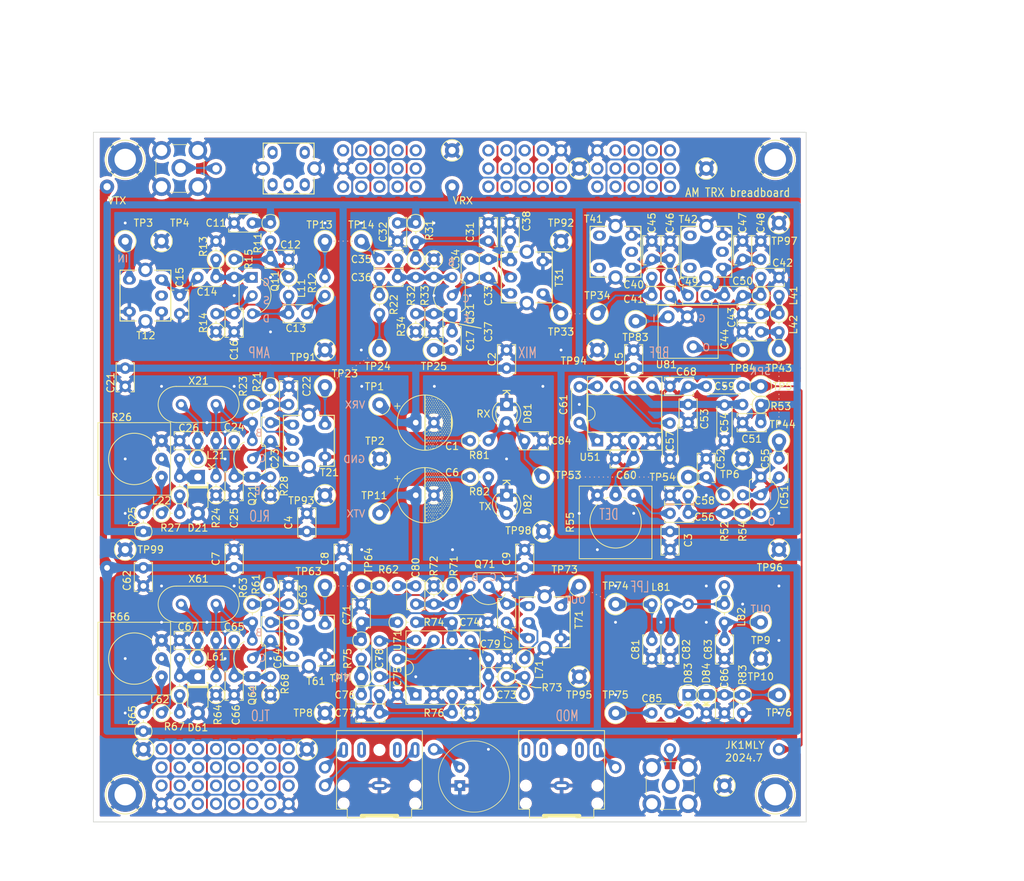
<source format=kicad_pcb>
(kicad_pcb (version 20221018) (generator pcbnew)
  (layers (0 "F.Cu" signal) (31 "B.Cu" signal) (34 "B.Paste" user) (35 "F.Paste" user) (36 "B.SilkS" user "B.Silkscreen") (37 "F.SilkS" user "F.Silkscreen") (38 "B.Mask" user) (39 "F.Mask" user) (44 "Edge.Cuts" user))
  (net 0 "")
  (net 1 "+9V")
  (net 2 "GND")
  (net 3 "Net-(Q11-D)")
  (net 4 "Net-(T12-PR1)")
  (net 5 "Net-(Q11-G)")
  (net 6 "Net-(Q11-S)")
  (net 7 "Net-(T21-PR1)")
  (net 8 "Net-(Q21-C)")
  (net 9 "Net-(Q21-B)")
  (net 10 "Net-(Q21-E)")
  (net 11 "Net-(D21-K)")
  (net 12 "Net-(T31-PR1)")
  (net 13 "Net-(Q31-C)")
  (net 14 "Net-(C35-Pad1)")
  (net 15 "Net-(Q31-B)")
  (net 16 "Net-(C36-Pad1)")
  (net 17 "Net-(Q31-E)")
  (net 18 "Net-(T31-S2)")
  (net 19 "Net-(C43-Pad1)")
  (net 20 "Net-(C44-Pad1)")
  (net 21 "Net-(U51-V+)")
  (net 22 "Net-(IC51-IN)")
  (net 23 "Net-(IC51-OUT)")
  (net 24 "Net-(C56-Pad2)")
  (net 25 "Net-(U51-BYPASS)")
  (net 26 "Net-(C59-Pad1)")
  (net 27 "Net-(C59-Pad2)")
  (net 28 "Net-(U51-+)")
  (net 29 "Net-(C61-Pad1)")
  (net 30 "Net-(C61-Pad2)")
  (net 31 "Net-(T21-S2)")
  (net 32 "Net-(R25-Pad2)")
  (net 33 "Net-(R26-Pad2)")
  (net 35 "Net-(T12-S2)")
  (net 36 "Net-(T21-PM)")
  (net 37 "Net-(T31-PM)")
  (net 39 "Net-(T41-PR1)")
  (net 42 "Net-(T61-PR1)")
  (net 43 "Net-(Q61-C)")
  (net 44 "Net-(Q61-B)")
  (net 45 "Net-(Q61-E)")
  (net 46 "Net-(D61-K)")
  (net 47 "Net-(C73-Pad1)")
  (net 48 "Net-(U71-V+)")
  (net 49 "Net-(U71-BYPASS)")
  (net 50 "Net-(C76-Pad1)")
  (net 51 "Net-(U71-+)")
  (net 52 "Net-(C78-Pad1)")
  (net 53 "Net-(C78-Pad2)")
  (net 54 "Net-(C80-Pad1)")
  (net 55 "Net-(Q71-B)")
  (net 56 "Net-(T71-S2)")
  (net 57 "Net-(C82-Pad1)")
  (net 58 "Net-(C83-Pad1)")
  (net 59 "Net-(Q71-C)")
  (net 60 "Net-(T61-S2)")
  (net 61 "Net-(R65-Pad2)")
  (net 62 "Net-(R66-Pad2)")
  (net 63 "Net-(C40-Pad1)")
  (net 64 "Net-(C41-Pad2)")
  (net 65 "Net-(R22-Pad2)")
  (net 66 "Net-(R62-Pad1)")
  (net 67 "Net-(R12-Pad2)")
  (net 68 "Net-(C52-Pad1)")
  (net 69 "Net-(T42-PR1)")
  (net 70 "Net-(C81-Pad1)")
  (net 71 "Net-(C55-Pad1)")
  (net 72 "Net-(U81-IN)")
  (net 73 "Net-(U81-OUT)")
  (net 114 "Net-(T71-PR2)")
  (net 115 "Net-(C73-Pad2)")
  (net 116 "+9VA")
  (net 117 "Net-(D81-A)")
  (net 118 "Net-(D82-A)")
  (net 119 "Net-(T61-PM)")
  (net 121 "Net-(J1-PadT)")
  (net 122 "Net-(J2-PadT)")
  (net 123 "Net-(J3-S)")
  (net 124 "Net-(J4-S)")
  (net 160 "Net-(C12-Pad1)")
  (net 161 "Net-(C13-Pad1)")
  (net 164 "Net-(T71-PM)")
  (net 168 "Net-(U1-+)")
  (net 169 "Net-(J1-PadS)")
  (net 170 "Net-(C26-Pad1)")
  (net 171 "Net-(C67-Pad1)")
  (net 172 "Net-(C85-Pad1)")
  (net 173 "Net-(D83-A)")
  (net 174 "Net-(D83-K)")
  (net 175 "Net-(C17-Pad2)")
  (net 176 "Net-(L22-Pad1)")
  (net 177 "Net-(L62-Pad1)")
  (footprint "usr-Library:TestPoint_Drill3mm" (layer "F.Cu") (at 180.34 133.35)
    (fp_text reference "Z3" hide)
    (fp_text value "TestPoint")
  )
  (footprint "usr-Library:R_Axial_DIN0207_L6.3mm_D2.2mm_P2.54mm_Vertical" (layer "F.Cu") (at 193.04 91.44 90)
    (fp_text reference "R24")
    (fp_text value "47k")
  )
  (footprint "TestPoint:TestPoint_Loop_D2.50mm_Drill1.0mm" (layer "F.Cu") (at 213.36 104.14)
    (fp_text reference "TP64")
    (fp_text value "TestPoint")
  )
  (footprint "TestPoint:TestPoint_Loop_D2.50mm_Drill1.0mm" (layer "F.Cu") (at 208.28 121.92)
    (fp_text reference "TP8")
    (fp_text value "TestPoint")
  )
  (footprint "usr-Library:C_Disc_P2.54mm" (layer "F.Cu") (at 210.82 101.6 90)
    (fp_text reference "C8")
    (fp_text value "0.1u")
  )
  (footprint "usr-Library:C_Disc_P5.12mm" (layer "F.Cu") (at 264.16 78.82 -90)
    (fp_text reference "C54")
    (fp_text value "10u")
  )
  (footprint "TestPoint:TestPoint_Loop_D2.50mm_Drill1.0mm" (layer "F.Cu") (at 208.28 71.12)
    (fp_text reference "TP91")
    (fp_text value "TestPoint")
  )
  (footprint "usr-Library:C_Disc_P5.12mm" (layer "F.Cu") (at 218.44 114.38 -90)
    (fp_text reference "C75")
    (fp_text value "10u")
  )
  (footprint "usr-Library:R_Axial_DIN0207_L6.3mm_D2.2mm_P2.54mm_Vertical" (layer "F.Cu") (at 236.22 114.3 -90)
    (fp_text reference "L71")
    (fp_text value "100u")
  )
  (footprint "usr-Library:R_Axial_DIN0207_L6.3mm_D2.2mm_P2.54mm_Vertical" (layer "F.Cu") (at 190.5 114.3 180)
    (fp_text reference "L61")
    (fp_text value "10u")
  )
  (footprint "usr-Library:R_Axial_DIN0207_L6.3mm_D2.2mm_P2.54mm_Vertical" (layer "F.Cu") (at 228.6 121.92 180)
    (fp_text reference "R76")
    (fp_text value "100k")
  )
  (footprint "Package_TO_SOT_THT:TO-92_Inline_Wide" (layer "F.Cu") (at 198.12 116.84 90)
    (fp_text reference "Q61")
    (fp_text value "2SC1959")
  )
  (footprint "TestPoint:TestPoint_Loop_D2.50mm_Drill1.0mm" (layer "F.Cu") (at 248.92 121.92)
    (fp_text reference "TP75")
    (fp_text value "TestPoint")
  )
  (footprint "usr-Library:C_Disc_P2.54mm" (layer "F.Cu") (at 195.58 66.04 -90)
    (fp_text reference "C16")
    (fp_text value "1000p")
  )
  (footprint "usr-Library:univ_04x08" (layer "F.Cu") (at 185.42 132.08 90)
    (fp_text reference "J85" hide)
    (fp_text value "Univ_04x08")
  )
  (footprint "Package_DIP:DIP-8_W7.62mm_Socket" (layer "F.Cu") (at 220.99 119.38 90)
    (fp_text reference "U71")
    (fp_text value "LM386")
  )
  (footprint "LED_THT:LED_D3.0mm" (layer "F.Cu") (at 233.68 91.44 -90)
    (fp_text reference "D82")
    (fp_text value "LED")
  )
  (footprint "usr-Library:TestPoint_pad_only_Drill1.0mm" (layer "F.Cu") (at 193.04 45.72)
    (fp_text reference "TP46" hide)
    (fp_text value "TestPoint")
  )
  (footprint "TestPoint:TestPoint_Loop_D2.50mm_Drill1.0mm" (layer "F.Cu") (at 182.88 127)
    (fp_text reference "TP86" hide)
    (fp_text value "TestPoint")
  )
  (footprint "usr-Library:coil_7mm" (layer "F.Cu") (at 203.2 45.72 90)
    (fp_text reference "T1" hide)
    (fp_text value "7T50")
  )
  (footprint "TestPoint:TestPoint_Loop_D2.50mm_Drill1.0mm" (layer "F.Cu") (at 215.9 71.12)
    (fp_text reference "TP24")
    (fp_text value "TestPoint")
  )
  (footprint "usr-Library:R_Axial_DIN0207_L6.3mm_D2.2mm_P2.54mm_Vertical" (layer "F.Cu") (at 223.52 58.42 -90)
    (fp_text reference "R33")
    (fp_text value "10k")
  )
  (footprint "usr-Library:univ_03x05" (layer "F.Cu") (at 246.38 45.72 90)
    (fp_text reference "J83" hide)
    (fp_text value "Univ_03x05")
  )
  (footprint "usr-Library:C_Disc_P5.12mm" (layer "F.Cu") (at 226.06 109.22)
    (fp_text reference "C74")
    (fp_text value "10u")
  )
  (footprint "usr-Library:C_Disc_P2.54mm" (layer "F.Cu") (at 180.34 73.66 -90)
    (fp_text reference "C21")
    (fp_text value "0.1u")
  )
  (footprint "TestPoint:TestPoint_Loop_D2.50mm_Drill1.0mm" (layer "F.Cu") (at 271.78 119.38)
    (fp_text reference "TP76")
    (fp_text value "TestPoint")
  )
  (footprint "usr-Library:C_Disc_P2.54mm" (layer "F.Cu") (at 228.6 58.42 -90)
    (fp_text reference "C34")
    (fp_text value "150p")
  )
  (footprint "usr-Library:C_Disc_P2.54mm" (layer "F.Cu") (at 254 60.96)
    (fp_text reference "C40")
    (fp_text value "10p")
  )
  (footprint "TestPoint:TestPoint_Loop_D2.50mm_Drill1.0mm" (layer "F.Cu") (at 226.06 43.18)
    (fp_text reference "TP85" hide)
    (fp_text value "TestPoint")
  )
  (footprint "usr-Library:R_Axial_DIN0207_L6.3mm_D2.2mm_P2.54mm_Vertical" (layer "F.Cu") (at 208.28 63.5 90)
    (fp_text reference "R12")
    (fp_text value "100")
  )
  (footprint "usr-Library:C_Disc_P2.54mm" (layer "F.Cu") (at 264.16 119.38 -90)
    (fp_text reference "C86")
    (fp_text value "1000p")
  )
  (footprint "usr-Library:C_Disc_P2.54mm" (layer "F.Cu") (at 271.79 86.35 -90)
    (fp_text reference "C55")
    (fp_text value "0.1u")
  )
  (footprint "usr-Library:C_Disc_P5.12mm" (layer "F.Cu") (at 243.85 81.27 90)
    (fp_text reference "C61")
    (fp_text value "10u")
  )
  (footprint "usr-Library:TestPoint_pad_only_Drill1.0mm" (layer "F.Cu") (at 208.28 129.54)
    (fp_text reference "TP48" hide)
    (fp_text value "TestPoint")
  )
  (footprint "usr-Library:C_Disc_P2.54mm" (layer "F.Cu") (at 200.66 81.28 -90)
    (fp_text reference "C23")
    (fp_text value "33p")
  )
  (footprint "usr-Library:TestPoint_pad_only_Drill1.0mm" (layer "F.Cu") (at 248.92 129.54)
    (fp_text reference "TP42" hide)
    (fp_text value "TestPoint")
  )
  (footprint "usr-Library:R_Axial_DIN0207_L6.3mm_D2.2mm_P2.54mm_Vertical" (layer "F.Cu") (at 226.06 104.14 -90)
    (fp_text reference "R71")
    (fp_text value "47k")
  )
  (footprint "usr-Library:R_Axial_DIN0207_L6.3mm_D2.2mm_P2.54mm_Vertical" (layer "F.Cu") (at 187.96 91.44 90)
    (fp_text reference "L22")
    (fp_text value "10u")
  )
  (footprint "usr-Library:R_Axial_DIN0207_L6.3mm_D2.2mm_P2.54mm_Vertical" (layer "F.Cu") (at 215.9 104.14)
    (fp_text reference "R62")
    (fp_text value "100")
  )
  (footprint "usr-Library:R_Axial_DIN0207_L6.3mm_D2.2mm_P2.54mm_Vertical" (layer "F.Cu") (at 200.66 53.34 -90)
    (fp_text reference "R11")
    (fp_text value "100")
  )
  (footprint "usr-Library:TestPoint_pad_only_Drill1.0mm" (layer "F.Cu") (at 226.06 48.26)
    (fp_text reference "TP51" hide)
    (fp_text value "TestPoint")
  )
  (footprint "usr-Library:R_Axial_DIN0207_L6.3mm_D2.2mm_P2.54mm_Vertical" (layer "F.Cu") (at 213.36 111.76 -90)
    (fp_text reference "R75")
    (fp_text value "22k")
  )
  (footprint "TestPoint:TestPoint_Loop_D2.50mm_Drill1.0mm" (layer "F.Cu") (at 243.841 104.14)
    (fp_text reference "TP73")
    (fp_text value "TestPoint")
  )
  (footprint "usr-Library:TestPoint_Drill3mm" (layer "F.Cu") (at 271.272 44.45)
    (fp_text reference "Z1" hide)
    (fp_text value "TestPoint")
  )
  (footprint "usr-Library:C_Disc_P2.54mm" (layer "F.Cu") (at 231.14 58.42 -90)
    (fp_text reference "C33")
    (fp_text value "150p")
  )
  (footprint "usr-Library:R_Axial_DIN0207_L6.3mm_D2.2mm_P2.54mm_Vertical" (layer "F.Cu") (at 193.04 119.38 90)
    (fp_text reference "R64")
    (fp_text value "47k")
  )
  (footprint "TestPoint:TestPoint_Loop_D2.50mm_Drill1.0mm" (layer "F.Cu") (at 271.78 99.06)
    (fp_text reference "TP96")
    (fp_text value "TestPoint")
  )
  (footprint "" (layer "F.Cu") (at 259.08 106.68)
    (fp_text reference "")
    (fp_text value "")
  )
  (footprint "usr-Library:C_Disc_P2.54mm" (layer "F.Cu") (at 195.58 116.84 -90)
    (fp_text reference "C66")
    (fp_text value "33p")
  )
  (footprint "usr-Library:R_Axial_DIN0207_L6.3mm_D2.2mm_P2.54mm_Vertical" (layer "F.Cu") (at 200.66 119.38 90)
    (fp_text reference "R68")
    (fp_text value "2.2k")
  )
  (footprint "usr-Library:C_Disc_P2.54mm" (layer "F.Cu") (at 261.62 88.89 90)
    (fp_text reference "C52")
    (fp_text value "0.1u")
  )
  (footprint "Package_TO_SOT_THT:TO-92_Inline_Wide" (layer "F.Cu") (at 198.12 60.96 -90)
    (fp_text reference "Q11")
    (fp_text value "BF256B")
  )
  (footprint "usr-Library:C_Disc_P2.54mm" (layer "F.Cu") (at 213.36 106.68 -90)
    (fp_text reference "C71")
    (fp_text value "0.1u")
  )
  (footprint "TestPoint:TestPoint_Loop_D2.50mm_Drill1.0mm" (layer "F.Cu") (at 215.9 78.74 180)
    (fp_text reference "TP1")
    (fp_text value "TestPoint")
  )
  (footprint "usr-Library:C_Disc_P2.54mm" (layer "F.Cu") (at 269.24 68.58 180)
    (fp_text reference "C44")
    (fp_text value "220p")
  )
  (footprint "usr-Library:C_Disc_P2.54mm" (layer "F.Cu") (at 248.93 86.35)
    (fp_text reference "C60")
    (fp_text value "0.1u")
  )
  (footprint "usr-Library:TestPoint_pad_only_Drill1.0mm" (layer "F.Cu") (at 177.8 48.26)
    (fp_text reference "TP50" hide)
    (fp_text value "TestPoint")
  )
  (footprint "usr-Library:C_Disc_P2.54mm" (layer "F.Cu") (at 203.2 76.2 -90)
    (fp_text reference "C22")
    (fp_text value "1000p")
  )
  (footprint "digikey-footprints:Mic_CMA-4544PF-W" (layer "F.Cu") (at 229.14 130.81 180)
    (fp_text reference "U1" hide)
    (fp_text value "Microphone")
  )
  (footprint "usr-Library:R_Axial_DIN0207_L6.3mm_D2.2mm_P2.54mm_Vertical" (layer "F.Cu") (at 200.66 76.2 -90)
    (fp_text reference "R21")
    (fp_text value "100")
  )
  (footprint "usr-Library:C_Disc_P2.54mm" (layer "F.Cu") (at 233.68 106.68 -90)
    (fp_text reference "C72")
    (fp_text value "33p")
  )
  (footprint "usr-Library:R_Axial_DIN0207_L6.3mm_D2.2mm_P2.54mm_Vertical" (layer "F.Cu") (at 269.24 78.74 180)
    (fp_text reference "R53")
    (fp_text value "10")
  )
  (footprint "usr-Library:C_Disc_P5.12mm" (layer "F.Cu") (at 261.62 76.19)
    (fp_text reference "C59")
    (fp_text value "10u")
  )
  (footprint "digikey-footprints:RF_SMA_Vertical_5-1814832-1" (layer "F.Cu") (at 256.54 132.08)
    (fp_text reference "J3" hide)
    (fp_text value "Conn_Coaxial")
  )
  (footprint "usr-Library:R_Axial_DIN0207_L6.3mm_D2.2mm_P2.54mm_Vertical" (layer "F.Cu") (at 215.9 63.5 -90)
    (fp_text reference "R22")
    (fp_text value "100")
  )
  (footprint "TestPoint:TestPoint_Loop_D2.50mm_Drill1.0mm" (layer "F.Cu") (at 243.84 45.72)
    (fp_text reference "TP87" hide)
    (fp_text value "TestPoint")
  )
  (footprint "usr-Library:C_Disc_P2.54mm" (layer "F.Cu") (at 226.06 68.58 -90)
    (fp_text reference "C17")
    (fp_text value "100p")
  )
  (footprint "Diode_THT:D_T-1_P5.08mm_Horizontal" (layer "F.Cu") (at 190.5 88.9 -90)
    (fp_text reference "D21")
    (fp_text value "1SV161")
  )
  (footprint "TestPoint:TestPoint_Loop_D2.50mm_Drill1.0mm" (layer "F.Cu") (at 269.24 76.19 180)
    (fp_text reference "TP5")
    (fp_text value "TestPoint")
  )
  (footprint "Crystal:Crystal_HC49-U_Vertical" (layer "F.Cu") (at 188.16 106.68)
    (fp_text reference "X61")
    (fp_text value "28.375M")
  )
  (footprint "TestPoint:TestPoint_Loop_D2.50mm_Drill1.0mm" (layer "F.Cu") (at 266.7 86.36 180)
    (fp_text reference "TP6")
    (fp_text value "TestPoint")
  )
  (footprint "TestPoint:TestPoint_Loop_D2.50mm_Drill1.0mm" (layer "F.Cu") (at 180.34 99.06)
    (fp_text reference "TP99")
    (fp_text value "TestPoint")
  )
  (footprint "usr-Library:C_Disc_P2.54mm" (layer "F.Cu") (at 254 121.92)
    (fp_text reference "C85")
    (fp_text value "10p")
  )
  (footprint "TestPoint:TestPoint_Loop_D2.50mm_Drill1.0mm" (layer "F.Cu") (at 271.79 83.81 180)
    (fp_text reference "TP44")
    (fp_text value "TestPoint")
  )
  (footprint "usr-Library:C_Disc_P2.54mm" (layer "F.Cu") (at 256.54 111.76 -90)
    (fp_text reference "C82")
    (fp_text value "220p")
  )
  (footprint "usr-Library:R_Axial_DIN0207_L6.3mm_D2.2mm_P2.54mm_Vertical" (layer "F.Cu") (at 264.17 91.43 -90)
    (fp_text reference "R52")
    (fp_text value "3.3k")
  )
  (footprint "" (layer "F.Cu") (at 264.16 104.14)
    (fp_text reference "")
    (fp_text value "")
  )
  (footprint "usr-Library:R_Axial_DIN0207_L6.3mm_D2.2mm_P2.54mm_Vertical" (layer "F.Cu") (at 266.7 119.38 -90)
    (fp_text reference "R83")
    (fp_text value "100k")
  )
  (footprint "Crystal:Crystal_HC49-U_Vertical" (layer "F.Cu") (at 188.16 78.74)
    (fp_text reference "X21")
    (fp_text value "27.000M")
  )
  (footprint "usr-Library:R_Axial_DIN0207_L6.3mm_D2.2mm_P2.54mm_Vertical" (layer "F.Cu") (at 218.44 109.22)
    (fp_text reference "R74")
    (fp_text value "10")
  )
  (footprint "TestPoint:TestPoint_Loop_D2.50mm_Drill1.0mm" (layer "F.Cu") (at 208.28 76.2)
    (fp_text reference "TP23")
    (fp_text value "TestPoint")
  )
  (footprint "usr-Library:R_Axial_DIN0207_L6.3mm_D2.2mm_P2.54mm_Vertical" (layer "F.Cu") (at 203.2 60.96 -90)
    (fp_text reference "L11")
    (fp_text value "100u")
  )
  (footprint "usr-Library:coil_7mm" (layer "F.Cu") (at 206.03 83.82)
    (fp_text reference "T21")
    (fp_text value "7T25")
  )
  (footprint "usr-Library:C_Disc_P2.54mm" (layer "F.Cu") (at 231.14 114.3)
    (fp_text reference "C79")
    (fp_text value "0.1u")
  )
  (footprint "usr-Library:C_Disc_P2.54mm" (layer "F.Cu") (at 200.66 109.22 -90)
    (fp_text reference "C64")
    (fp_text value "33p")
  )
  (footprint "TestPoint:TestPoint_Loop_D2.50mm_Drill1.0mm" (layer "F.Cu") (at 238.76 88.9 180)
    (fp_text reference "TP53")
    (fp_text value "TestPoint")
  )
  (footprint "usr-Library:C_Disc_P2.54mm" (layer "F.Cu") (at 195.58 101.6 90)
    (fp_text reference "C7")
    (fp_text value "0.1u")
  )
  (footprint "usr-Library:C_Disc_P2.54mm" (layer "F.Cu") (at 223.52 66.04 -90)
    (fp_text reference "C37")
    (fp_text value "1u")
  )
  (footprint "usr-Library:C_Disc_P2.54mm" (layer "F.Cu") (at 264.16 111.76 -90)
    (fp_text reference "C83")
    (fp_text value "220p")
  )
  (footprint "Package_TO_SOT_THT:TO-92_Inline_Wide" (layer "F.Cu") (at 198.12 88.9 90)
    (fp_text reference "Q21")
    (fp_text value "2SC1959")
  )
  (footprint "usr-Library:CF-3P" (layer "F.Cu") (at 259.0784 68.5718 180)
    (fp_text reference "U81")
    (fp_text value "CF-455")
  )
  (footprint "TestPoint:TestPoint_Loop_D2.50mm_Drill1.0mm" (layer "F.Cu") (at 241.3 55.88)
    (fp_text reference "TP92")
    (fp_text value "TestPoint")
  )
  (footprint "TestPoint:TestPoint_Loop_D2.50mm_Drill1.0mm" (layer "F.Cu") (at 266.7 71.12)
    (fp_text reference "TP84")
    (fp_text value "TestPoint")
  )
  (footprint "usr-Library:C_Disc_P2.54mm" (layer "F.Cu") (at 233.68 73.66 90)
    (fp_text reference "C2")
    (fp_text value "0.1u")
  )
  (footprint "usr-Library:C_Disc_P2.54mm" (layer "F.Cu") (at 236.22 101.6 90)
    (fp_text reference "C9")
    (fp_text value "0.1u")
  )
  (footprint "usr-Library:C_Disc_P2.54mm" (layer "F.Cu") (at 193.04 111.76)
    (fp_text reference "C65")
    (fp_text value "33p")
  )
  (footprint "usr-Library:TestPoint_pad_only_Drill1.0mm" (layer "F.Cu") (at 271.78 127)
    (fp_text reference "TP49" hide)
    (fp_text value "TestPoint")
  )
  (footprint "TestPoint:TestPoint_Loop_D2.50mm_Drill1.0mm" (layer "F.Cu") (at 180.34 55.88)
    (fp_text reference "TP3")
    (fp_text value "TestPoint")
  )
  (footprint "usr-Library:R_Axial_DIN0207_L6.3mm_D2.2mm_P2.54mm_Vertical" (layer "F.Cu") (at 220.98 58.42 -90)
    (fp_text reference "R32")
    (fp_text value "15k")
  )
  (footprint "usr-Library:C_Disc_P2.54mm" (layer "F.Cu") (at 205.74 66.04 180)
    (fp_text reference "C13")
    (fp_text value "100p")
  )
  (footprint "usr-Library:C_Disc_P5.12mm" (layer "F.Cu") (at 231.18 119.38)
    (fp_text reference "C73")
    (fp_text value "10u")
  )
  (footprint "usr-Library:R_Axial_DIN0207_L6.3mm_D2.2mm_P2.54mm_Vertical" (layer "F.Cu") (at 182.88 124.46 90)
    (fp_text reference "R65")
    (fp_text value "100")
  )
  (footprint "usr-Library:R_Axial_DIN0207_L6.3mm_D2.2mm_P2.54mm_Vertical" (layer "F.Cu") (at 266.71 93.97 90)
    (fp_text reference "R54")
    (fp_text value "100k")
  )
  (footprint "LED_THT:LED_D3.0mm" (layer "F.Cu") (at 233.68 78.74 -90)
    (fp_text reference "D81")
    (fp_text value "LED")
  )
  (footprint "usr-Library:C_Disc_P2.54mm" (layer "F.Cu") (at 215.9 60.96)
    (fp_text reference "C36")
    (fp_text value "100p")
  )
  (footprint "usr-Library:R_Axial_DIN0207_L6.3mm_D2.2mm_P2.54mm_Vertical" (layer "F.Cu") (at 193.04 68.58 90)
    (fp_text reference "R14")
    (fp_text value "100")
  )
  (footprint "usr-Library:R_Axial_DIN0207_L6.3mm_D2.2mm_P2.54mm_Vertical" (layer "F.Cu") (at 185.42 93.98)
    (fp_text reference "R27")
    (fp_text value "10k")
  )
  (footprint "usr-Library:Potentiometer_1" (layer "F.Cu") (at 246.39 95.24 -90)
    (fp_text reference "R55")
    (fp_text value "10k")
  )
  (footprint "TestPoint:TestPoint_Loop_D2.50mm_Drill1.0mm" (layer "F.Cu") (at 259.08 88.9 180)
    (fp_text reference "TP54")
    (fp_text value "TestPoint")
  )
  (footprint "Package_TO_SOT_THT:TO-92_Inline_Wide" (layer "F.Cu") (at 226.06 66.04 90)
    (fp_text reference "Q31")
    (fp_text value "2SC1959")
  )
  (footprint "TestPoint:TestPoint_Loop_D2.50mm_Drill1.0mm" (layer "F.Cu") (at 251.735 67.085)
    (fp_text reference "TP83")
    (fp_text value "TestPoint")
  )
  (footprint "digikey-footprints:RF_SMA_Vertical_5-1814832-1" (layer "F.Cu") (at 187.96 45.72)
    (fp_text reference "J4" hide)
    (fp_text value "Conn_Coaxial")
  )
  (footprint "usr-Library:C_Disc_P2.54mm" (layer "F.Cu") (at 213.36 119.38)
    (fp_text reference "C76")
    (fp_text value "0.1u")
  )
  (footprint "TestPoint:TestPoint_Loop_D2.50mm_Drill1.0mm" (layer "F.Cu") (at 215.9 93.98 180)
    (fp_text reference "TP11")
    (fp_text value "TestPoint")
  )
  (footprint "usr-Library:R_Axial_DIN0207_L6.3mm_D2.2mm_P2.54mm_Vertical" (layer "F.Cu") (at 193.04 58.42 90)
    (fp_text reference "R13")
    (fp_text value "100k")
  )
  (footprint "usr-Library:CP_Radial_D7.5mm_P2.54mm_dot" (layer "F.Cu") (at 222.25 81.28)
    (fp_text reference "C1")
    (fp_text value "100u")
  )
  (footprint "usr-Library:R_Axial_DIN0207_L6.3mm_D2.2mm_P2.54mm_Vertical" (layer "F.Cu") (at 220.98 68.58 90)
    (fp_text reference "R34")
    (fp_text value "220")
  )
  (footprint "usr-Library:C_Disc_P2.54mm" (layer "F.Cu") (at 236.22 83.82)
    (fp_text reference "C84")
    (fp_text value "0.1u")
  )
  (footprint "usr-Library:C_Disc_P2.54mm" (layer "F.Cu") (at 266.7 63.5 180)
    (fp_text reference "C50")
    (fp_text value "10p")
  )
  (footprint "usr-Library:C_Disc_P2.54mm" (layer "F.Cu") (at 269.24 66.04 180)
    (fp_text reference "C43")
    (fp_text value "220p")
  )
  (footprint "usr-Library:C_Disc_P2.54mm" (layer "F.Cu") (at 200.66 58.42)
    (fp_text reference "C12")
    (fp_text value "1000p")
  )
  (footprint "Diode_THT:D_T-1_P5.08mm_Horizontal" (layer "F.Cu") (at 190.5 116.84 -90)
    (fp_text reference "D61")
    (fp_text value "1SV161")
  )
  (footprint "Package_TO_SOT_THT:TO-92_Inline_Wide" (layer "F.Cu") (at 269.25 88.89 -90)
    (fp_text reference "IC51")
    (fp_text value "UTC7642")
  )
  (footprint "usr-Library:D_A-405_P2.54mm_Vertical_AnodeUp" (layer "F.Cu") (at 261.62 119.38 -90)
    (fp_text reference "D84")
    (fp_text value "1N60")
  )
  (footprint "usr-Library:C_Disc_P2.54mm" (layer "F.Cu") (at 269.24 81.28 180)
    (fp_text reference "C51")
    (fp_text value "0.1u")
  )
  (footprint "usr-Library:R_Axial_DIN0207_L6.3mm_D2.2mm_P2.54mm_Vertical" (layer "F.Cu") (at 228.6 83.82)
    (fp_text reference "R81")
    (fp_text value "1k")
  )
  (footprint "usr-Library:R_Axial_DIN0207_L6.3mm_D2.2mm_P2.54mm_Vertical" (layer "F.Cu") (at 233.68 116.84 180)
    (fp_text reference "R73")
    (fp_text value "220")
  )
  (footprint "usr-Library:R_Axial_DIN0207_L6.3mm_D2.2mm_P2.54mm_Vertical" (layer "F.Cu") (at 190.5 86.36 180)
    (fp_text reference "L21")
    (fp_text value "10u")
  )
  (footprint "usr-Library:C_Disc_P2.54mm" (layer "F.Cu") (at 205.74 96.52 90)
    (fp_text reference "C4")
    (fp_text value "0.1u")
  )
  (footprint "usr-Library:C_Disc_P2.54mm" (layer "F.Cu") (at 256.55 96.51 -90)
    (fp_text reference "C3")
    (fp_text value "0.1u")
  )
  (footprint "usr-Library:D_A-405_P2.54mm_Vertical_AnodeUp" (layer "F.Cu") (at 259.08 119.38 -90)
    (fp_text reference "D83")
    (fp_text value "1N60")
  )
  (footprint "TestPoint:TestPoint_Loop_D2.50mm_Drill1.0mm" (layer "F.Cu") (at 208.28 104.14)
    (fp_text reference "TP63")
    (fp_text value "TestPoint")
  )
  (footprint "usr-Library:R_Axial_DIN0207_L6.3mm_D2.2mm_P2.54mm_Vertical" (layer "F.Cu") (at 200.46 104.14 -90)
    (fp_text reference "R61")
    (fp_text value "100")
  )
  (footprint "usr-Library:univ_03x05" (layer "F.Cu") (at 210.82 45.72 90)
    (fp_text reference "J82" hide)
    (fp_text value "Univ_03x05")
  )
  (footprint "TestPoint:TestPoint_Loop_D2.50mm_Drill1.0mm" (layer "F.Cu") (at 213.36 116.84)
    (fp_text reference "TP7")
    (fp_text value "TestPoint")
  )
  (footprint "usr-Library:CP_Radial_D7.5mm_P2.54mm_dot" (layer "F.Cu") (at 222.25 91.44)
    (fp_text reference "C6")
    (fp_text value "100u")
  )
  (footprint "usr-Library:C_Disc_P2.54mm" (layer "F.Cu") (at 234.188 55.88 90)
    (fp_text reference "C38")
    (fp_text value "1000p")
  )
  (footprint "usr-Library:R_Axial_DIN0207_L6.3mm_D2.2mm_P2.54mm_Vertical" (layer "F.Cu") (at 228.6 88.9)
    (fp_text reference "R82")
    (fp_text value "1k")
  )
  (footprint "usr-Library:R_Axial_DIN0207_L6.3mm_D2.2mm_P2.54mm_Vertical" (layer "F.Cu") (at 271.78 66.04 -90)
    (fp_text reference "L42")
    (fp_text value "15u")
  )
  (footprint "TestPoint:TestPoint_Loop_D2.50mm_Drill1.0mm" (layer "F.Cu") (at 243.84 116.84)
    (fp_text reference "TP95")
    (fp_text value "TestPoint")
  )
  (footprint "usr-Library:R_Axial_DIN0207_L6.3mm_D2.2mm_P2.54mm_Vertical" (layer "F.Cu") (at 223.52 104.14 -90)
    (fp_text reference "R72")
    (fp_text value "6.8k")
  )
  (footprint "usr-Library:C_Disc_P2.54mm" (layer "F.Cu") (at 187.96 63.5 -90)
    (fp_text reference "C15")
    (fp_text value "33p")
  )
  (footprint "TestPoint:TestPoint_Loop_D2.50mm_Drill1.0mm" (layer "F.Cu") (at 271.78 53.34)
    (fp_text reference "TP97")
    (fp_text value "TestPoint")
  )
  (footprint "TestPoint:TestPoint_Loop_D2.50mm_Drill1.0mm" (layer "F.Cu") (at 208.28 55.881)
    (fp_text reference "TP13")
    (fp_text value "TestPoint")
  )
  (footprint "usr-Library:R_Axial_DIN0207_L6.3mm_D2.2mm_P2.54mm_Vertical" (layer "F.Cu") (at 198.12 106.68 -90)
    (fp_text reference "R63")
    (fp_text value "47k")
  )
  (footprint "usr-Library:coil_7mm" (layer "F.Cu") (at 239.014 109.22)
    (fp_text reference "T71")
    (fp_text value "7S25")
  )
  (footprint "usr-Library:TestPoint_pad_only_Drill1.0mm" (layer "F.Cu") (at 208.28 132.08)
    (fp_text reference "TP41" hide)
    (fp_text value "TestPoint")
  )
  (footprint "usr-Library:C_Disc_P2.54mm" (layer "F.Cu") (at 254 63.5)
    (fp_text reference "C41")
    (fp_text value "1000p")
  )
  (footprint "usr-Library:C_Disc_P2.54mm" (layer "F.Cu") (at 190.5 111.76 180)
    (fp_text reference "C67")
    (fp_text value "15p")
  )
  (footprint "usr-Library:coil_7mm" (layer "F.Cu") (at 248.92 57.36 180)
    (fp_text reference "T41")
    (fp_text value "7S1R0")
  )
  (footprint "usr-Library:C_Disc_P2.54mm" (layer "F.Cu") (at 256.54 91.44)
    (fp_text reference "C58")
    (fp_text value "0.1u")
  )
  (footprint "usr-Library:C_Disc_P2.54mm" (layer "F.Cu") (at 215.9 58.42)
    (fp_text reference "C35")
    (fp_text value "100p")
  )
  (footprint "usr-Library:R_Axial_DIN0207_L6.3mm_D2.2mm_P2.54mm_Vertical" (layer "F.Cu") (at 269.24 63.5)
    (fp_text reference "L41")
    (fp_text value "15u")
  )
  (footprint "usr-Library:C_Disc_P2.54mm" (layer "F.Cu") (at 203.2 104.14 -90)
    (fp_text reference "C63")
    (fp_text value "1000p")
  )
  (footprint "usr-Library:C_Disc_P2.54mm" (layer "F.Cu") (at 218.44 53.34 -90)
    (fp_text reference "C32")
    (fp_text value "0.1u")
  )
  (footprint "TestPoint:TestPoint_Loop_D2.50mm_Drill1.0mm" (layer "F.Cu") (at 241.3 66.04)
    (fp_text reference "TP33")
    (fp_text value "TestPoint")
  )
  (footprint "usr-Library:C_Disc_P5.12mm" (layer "F.Cu") (at 215.9 116.84 90)
    (fp_text reference "C78")
    (fp_text value "10u")
  )
  (footprint "usr-Library:C_Disc_P2.54mm" (layer "F.Cu") (at 254 111.76 -90)
    (fp_text reference "C81")
    (fp_text value "220p")
  )
  (footprint "usr-Library:coil_7mm" (layer "F.Cu") (at 206.03 111.7854)
    (fp_text reference "T61")
    (fp_text value "7T25")
  )
  (footprint "usr-Library:TestPoint_pad_only_Drill1.0mm" (layer "F.Cu") (at 256.54 127)
    (fp_text reference "TP45" hide)
    (fp_text value "TestPoint")
  )
  (footprint "TestPoint:TestPoint_Loop_D2.50mm_Drill1.0mm" (layer "F.Cu") (at 269.24 114.3)
    (fp_text reference "TP10")
    (fp_text value "TestPoint")
  )
  (footprint "usr-Library:C_Disc_P2.54mm" (layer "F.Cu") (at 190.5 60.96)
    (fp_text reference "C14")
    (fp_text value "1000p")
  )
  (footprint "TestPoint:TestPoint_Loop_D2.50mm_Drill1.0mm" (layer "F.Cu") (at 205.74 127)
    (fp_text reference "TP82" hide)
    (fp_text value "TestPoint")
  )
  (footprint "usr-Library:R_Axial_DIN0207_L6.3mm_D2.2mm_P2.54mm_Vertical" (layer "F.Cu") (at 195.58 58.42 -90)
    (fp_text reference "R15")
    (fp_text value "22k")
  )
  (footprint "usr-Library:C_Disc_P2.54mm" (layer "F.Cu") (at 251.46 73.66 90)
    (fp_text reference "C5")
    (fp_text value "0.1u")
  )
  (footprint "usr-Library:R_Axial_DIN0207_L6.3mm_D2.2mm_P2.54mm_Vertical" (layer "F.Cu") (at 198.12 78.74 -90)
    (fp_text reference "R23")
    (fp_text value "47k")
  )
  (footprint "usr-Library:coil_7mm" (layer "F.Cu") (at 261.62 57.36 180)
    (fp_text reference "T42")
    (fp_text value "7S1R0")
  )
  (footprint "TestPoint:TestPoint_Loop_D2.50mm_Drill1.0mm" (layer "F.Cu") (at 238.82 96.52 180)
    (fp_text reference "TP98")
    (fp_text value "TestPoint")
  )
  (footprint "usr-Library:R_Axial_DIN0207_L6.3mm_D2.2mm_P2.54mm_Vertical" (layer "F.Cu") (at 182.88 96.52 90)
    (fp_text reference "R25")
    (fp_text value "100")
  )
  (footprint "Connector_Audio:Jack_3.5mm_CUI_SJ1-3525N_Horizontal" (layer "F.Cu") (at 215.9 132.08)
    (fp_text reference "J1" hide)
    (fp_text value "AudioJack2_Ground")
  )
  (footprint "usr-Library:C_Disc_P2.54mm" (layer "F.Cu") (at 256.54 58.42 90)
    (fp_text reference "C46")
    (fp_text value "150p")
  )
  (footprint "usr-Library:C_Disc_P2.54mm" (layer "F.Cu") (at 269.24 60.96)
    (fp_text reference "C42")
    (fp_text value "220p")
  )
  (footprint "usr-Library:C_Disc_P2.54mm" (layer "F.Cu") (at 269.24 58.42 90)
    (fp_text reference "C48")
    (fp_text value "150p")
  )
  (footprint "usr-Library:TestPoint_Drill3mm" (layer "F.Cu") (at 180.34 44.45)
    (fp_text reference "Z4" hide)
    (fp_text value "TestPoint")
  )
  (footprint "TestPoint:TestPoint_Loop_D2.50mm_Drill1.0mm" (layer "F.Cu") (at 264.16 132.08)
    (fp_text reference "TP88" hide)
    (fp_text value "TestPoint")
  )
  (footprint "usr-Library:C_Disc_P2.54mm" (layer "F.Cu") (at 259.09 93.97 180)
    (fp_text reference "C56")
    (fp_text value "0.1u")
  )
  (footprint "usr-Library:C_Disc_P2.54mm" (layer "F.Cu") (at 259.08 78.74 -90)
    (fp_text reference "C53")
    (fp_text value "0.1u")
  )
  (footprint "usr-Library:C_Disc_P2.54mm" (layer "F.Cu") (at 259.08 63.5)
    (fp_text reference "C49")
    (fp_text value "10p")
  )
  (footprint "TestPoint:TestPoint_Loop_D2.50mm_Drill1.0mm" (layer "F.Cu") (at 185.42 55.88)
    (fp_text reference "TP4")
    (fp_text value "TestPoint")
  )
  (footprint "usr-Library:C_Disc_P2.54mm" (layer "F.Cu") (at 231.14 55.88 90)
    (fp_text reference "C31")
    (fp_text value "1000p")
  )
  (footprint "usr-Library:C_Disc_P2.54mm" (layer "F.Cu") (at 198.12 53.34 180)
    (fp_text reference "C11")
    (fp_text value "0.1u")
  )
  (footprint "TestPoint:TestPoint_Loop_D2.50mm_Drill1.0mm" (layer "F.Cu") (at 213.36 55.88)
    (fp_text reference "TP14")
    (fp_text value "TestPoint")
  )
  (footprint "usr-Library:C_Disc_P2.54mm" (layer "F.Cu") (at 193.04 83.82)
    (fp_text reference "C24")
    (fp_text value "33p")
  )
  (footprint "usr-Library:R_Axial_DIN0207_L6.3mm_D2.2mm_P2.54mm_Vertical" (layer "F.Cu") (at 200.66 91.44 90)
    (fp_text reference "R28")
    (fp_text value "2.2k")
  )
  (footprint "TestPoint:TestPoint_Loop_D2.50mm_Drill1.0mm" (layer "F.Cu") (at 246.38 66.04)
    (fp_text reference "TP34")
    (fp_text value "TestPoint")
  )
  (footprint "usr-Library:univ_03x05" (layer "F.Cu") (at 231.14 45.72 90)
    (fp_text reference "J81" hide)
    (fp_text value "Univ_03x05")
  )
  (footprint "usr-Library:Potentiometer_1" (layer "F.Cu") (at 181.61 83.82 180)
    (fp_text reference "R26")
    (fp_text value "1k")
  )
  (footprint "usr-Library:C_Disc_P5.12mm" (layer "F.Cu") (at 256.54 81.35 -90)
    (fp_text reference "C57")
    (fp_text value "10u")
  )
  (footprint "usr-Library:R_Axial_DIN0207_L6.3mm_D2.2mm_P2.54mm_Vertical" (layer "F.Cu") (at 254 106.68)
    (fp_text reference "L81")
    (fp_text value "15u")
  )
  (footprint "TestPoint:TestPoint_Loop_D2.50mm_Drill1.0mm" (layer "F.Cu") (at 208.28 91.44)
    (fp_text reference "TP93")
    (fp_text value "TestPoint")
  )
  (footprint "Package_DIP:DIP-8_W7.62mm_Socket" (layer "F.Cu") (at 246.39 83.81 90)
    (fp_text reference "U51")
    (fp_text value "LM386")
  )
  (footprint "usr-Library:C_Disc_P2.54mm" (layer "F.Cu") (at 256.54 76.2)
    (fp_text reference "C68")
    (fp_text value "0.1u")
  )
  (footprint "TestPoint:TestPoint_Loop_D2.50mm_Drill1.0mm" (layer "F.Cu") (at 269.24 109.22)
    (fp_text reference "TP9")
    (fp_text value "TestPoint")
  )
  (footprint "usr-Library:Potentiometer_1" (layer "F.Cu") (at 181.61 111.76 180)
    (fp_text reference "R66")
    (fp_text value "1k")
  )
  (footprint "usr-Library:R_Axial_DIN0207_L6.3mm_D2.2mm_P2.54mm_Vertical" (layer "F.Cu") (at 264.16 106.68 -90)
    (fp_text reference "L82")
    (fp_text value "15u")
  )
  (footprint "usr-Library:C_Disc_P2.54mm" (layer "F.Cu") (at 215.9 121.92 180)
    (fp_text reference "C77")
    (fp_text value "1000p")
  )
  (footprint "Connector_Audio:Jack_3.5mm_CUI_SJ1-3525N_Horizontal" (layer "F.Cu") (at 241.38 132.08)
    (fp_text reference "J2" hide)
    (fp_text value "AudioJack2_Ground")
  )
  (footprint "usr-Library:R_Axial_DIN0207_L6.3mm_D2.2mm_P2.54mm_Vertical" (layer "F.Cu") (at 220.98 53.34 -90)
    (fp_text reference "R31")
    (fp_text value "100")
  )
  (footprint "TestPoint:TestPoint_Loop_D2.50mm_Drill1.0mm" (layer "F.Cu") (at 248.92 106.68)
    (fp_text reference "TP74")
    (fp_text value "TestPoint")
  )
  (footprint "TestPoint:TestPoint_Loop_D2.50mm_Drill1.0mm" (layer "F.Cu") (at 246.38 71.12)
    (fp_text reference "TP94")
    (fp_text value "TestPoint")
  )
  (footprint "usr-Library:R_Axial_DIN0207_L6.3mm_D2.2mm_P2.54mm_Vertical" (layer "F.Cu") (at 187.96 119.38 90)
    (fp_text reference "L62")
    (fp_text value "10u")
  )
  (footprint "usr-Library:TestPoint_Drill3mm" (layer "F.Cu") (at 271.272 133.35)
    (fp_text reference "Z2" hide)
    (fp_text value "TestPoint")
  )
  (footprint "TestPoint:TestPoint_Loop_D2.50mm_Drill1.0mm" (layer "F.Cu") (at 223.52 71.12)
    (fp_text reference "TP25")
    (fp_text value "TestPoint")
  )
  (footprint "TestPoint:TestPoint_Loop_D2.50mm_Drill1.0mm" (layer "F.Cu") (at 261.62 45.72)
    (fp_text reference "TP81" hide)
    (fp_text value "TestPoint")
  )
  (footprint "usr-Library:C_Disc_P2.54mm" (layer "F.Cu") (at 190.5 83.82 180)
    (fp_text reference "C26")
    (fp_text value "15p")
  )
  (footprint "TestPoint:TestPoint_Loop_D2.50mm_Drill1.0mm" (layer "F.Cu") (at 215.959 86.36 180)
    (fp_text reference "TP2")
    (fp_text value "TestPoint")
  )
  (footprint "usr-Library:C_Disc_P2.54mm" (layer "F.Cu") (at 182.88 101.6 -90)
    (fp_text reference "C62")
    (fp_text value "0.1u")
  )
  (footprint "usr-Library:C_Disc_P2.54mm" (layer "F.Cu") (at 195.58 88.9 -90)
    (fp_text reference "C25")
    (fp_text value "33p")
  )
  (footprint "usr-Library:TestPoint_pad_only_Drill1.0mm" (layer "F.Cu") (at 223.52 127)
    (fp_text reference "TP47" hide)
    (fp_text value "TestPoint")
  )
  (footprint "TestPoint:TestPoint_Loop_D2.50mm_Drill1.0mm" (layer "F.Cu") (at 271.78 71.12)
    (fp_text reference "TP43")
    (fp_text value "TestPoint")
  )
  (footprint "usr-Library:C_Disc_P2.54mm" (layer "F.Cu") (at 254 58.42 90)
    (fp_text reference "C45")
    (fp_text value "150p")
  )
  (footprint "usr-Library:R_Axial_DIN0207_L6.3mm_D2.2mm_P2.54mm_Vertical" (layer "F.Cu") (at 185.42 121.92)
    (fp_text reference "R67")
    (fp_text value "10k")
  )
  (footprint "Package_TO_SOT_THT:TO-92_Inline_Wide" (layer "F.Cu") (at 233.68 104.14 180)
    (fp_text reference "Q71")
    (fp_text value "2SC1959")
  )
  (footprint "usr-Library:C_Disc_P2.54mm" (layer "F.Cu") (at 220.98 104.14 -90)
    (fp_text reference "C80")
    (fp_text value "1000p")
  )
  (footprint "usr-Library:coil_7mm" (layer "F.Cu") (at 183.17 63.5 180)
    (fp_text reference "T12")
    (fp_text value "7S25")
  )
  (footprint "usr-Library:C_Disc_P2.54mm" (layer "F.Cu") (at 266.7 58.42 90)
    (fp_text reference "C47")
    (fp_text value "150p")
  )
  (footprint "usr-Library:coil_7mm" (layer "F.Cu") (at 236.51 60.96)
    (fp_text reference "T31")
    (fp_text value "7S1R0")
  )
  (gr_line (start 245.11 104.775) (end 247.65 106.045) (stroke (width 0.15) (type dot)) (layer "B.SilkS"))
  (gr_line (start 209.4865 75.3745) (end 214.6935 71.9455) (stroke (width 0.15) (type dot)) (layer "B.SilkS"))
  (gr_line (start 209.55 104.14) (end 212.09 104.14) (stroke (width 0.15) (type dot)) (layer "B.SilkS"))
  (gr_line (start 271.78 72.898) (end 271.78 82.042) (stroke (width 0.15) (type dot)) (layer "B.SilkS"))
  (gr_line (start 209.55 55.88) (end 212.09 55.88) (stroke (width 0.15) (type dot)) (layer "B.SilkS"))
  (gr_line (start 242.6335 66.04) (end 245.0465 66.04) (stroke (width 0.15) (type dot)) (layer "B.SilkS"))
  (gr_line (start 240.284 88.9) (end 257.81 88.9) (stroke (width 0.15) (type dot)) (layer "B.SilkS"))
  (gr_line (start 237.744 118.364) (end 238.506 118.364) (stroke (width 0.15)) (layer "F.SilkS"))
  (gr_line (start 258.572 120.396) (end 259.588 120.396) (stroke (width 0.15)) (layer "F.SilkS"))
  (gr_line (start 225.044 67.056) (end 230.124 68.072) (stroke (width 0.15)) (layer "F.SilkS"))
  (gr_poly (pts (xy 258.572 120.904) (xy 259.588 120.904) (xy 259.08 120.396)) (stroke (width 0.15)) (fill solid) (layer "F.SilkS"))
  (gr_line (start 234.95 117.602) (end 237.744 118.364) (stroke (width 0.15)) (layer "F.SilkS"))
  (gr_line (start 261.112 120.396) (end 262.128 120.396) (stroke (width 0.15)) (layer "F.SilkS"))
  (gr_poly (pts (xy 261.112 120.904) (xy 262.128 120.904) (xy 261.62 120.396)) (stroke (width 0.15)) (fill solid) (layer "F.SilkS"))
  (gr_line (start 275.59 137.16) (end 175.895 137.16) (stroke (width 0.1)) (layer "Edge.Cuts"))
  (gr_line (start 175.895 40.64) (end 275.59 40.64) (stroke (width 0.1)) (layer "Edge.Cuts"))
  (gr_line (start 175.895 137.16) (end 175.895 40.64) (stroke (width 0.1)) (layer "Edge.Cuts"))
  (gr_line (start 275.59 40.64) (end 275.59 137.16) (stroke (width 0.1)) (layer "Edge.Cuts"))
  (gr_text "GND" (at 213.995 86.995) (layer "B.SilkS") (effects (font (size 1 1)) (justify left bottom mirror)))
  (gr_text "D" (at 200.66 67.31) (layer "B.SilkS") (effects (font (size 1 1)) (justify left bottom mirror)))
  (gr_text "DET" (at 249.428 94.996) (layer "B.SilkS") (effects (font (size 1.5 1)) (justify left bottom mirror)))
  (gr_text "RLO" (at 200.66 95.25) (layer "B.SilkS") (effects (font (size 1.5 1)) (justify left bottom mirror)))
  (gr_text "B" (at 199.644 111.252) (layer "B.SilkS") (effects (font (size 1 1)) (justify left bottom mirror)))
  (gr_text "AMP" (at 200.66 72.39) (layer "B.SilkS") (effects (font (size 1.5 1)) (justify left bottom mirror)))
  (gr_text "OUT" (at 244.856 106.68) (layer "B.SilkS") (effects (font (size 1 1)) (justify left bottom mirror)))
  (gr_text "VTX" (at 213.995 94.615) (layer "B.SilkS") (effects (font (size 1 1)) (justify left bottom mirror)))
  (gr_text "B" (at 229.87 103.505) (layer "B.SilkS") (effects (font (size 1 1)) (justify left bottom mirror)))
  (gr_text "VRX" (at 213.995 79.375) (layer "B.SilkS") (effects (font (size 1 1)) (justify left bottom mirror)))
  (gr_text "TLO" (at 200.66 123.19) (layer "B.SilkS") (effects (font (size 1.5 1)) (justify left bottom mirror)))
  (gr_text "O" (at 270.129 94.478 180) (layer "B.SilkS") (effects (font (size 1 1)) (justify left bottom mirror)))
  (gr_text "I" (at 254.635 67.31) (layer "B.SilkS") (effects (font (size 1 1)) (justify left bottom mirror)))
  (gr_text "MOD" (at 243.84 123.19) (layer "B.SilkS") (effects (font (size 1.5 1)) (justify left bottom mirror)))
  (gr_text "LPF" (at 253.746 105.156) (layer "B.SilkS") (effects (font (size 1.5 1)) (justify left bottom mirror)))
  (gr_text "C" (at 200.152 114.808) (layer "B.SilkS") (effects (font (size 1 1)) (justify left bottom mirror)))
  (gr_text "BPF" (at 256.54 72.39) (layer "B.SilkS") (effects (font (size 1.5 1)) (justify left bottom mirror)))
  (gr_text "SPK" (at 270.764 74.676) (layer "B.SilkS") (effects (font (size 1 1)) (justify left bottom mirror)))
  (gr_text "C" (at 200.152 86.868) (layer "B.SilkS") (effects (font (size 1 1)) (justify left bottom mirror)))
  (gr_text "IN" (at 180.848 58.928) (layer "B.SilkS") (effects (font (size 1 1)) (justify left bottom mirror)))
  (gr_text "MIC" (at 212.09 117.475) (layer "B.SilkS") (effects (font (size 1 1)) (justify left bottom mirror)))
  (gr_text "B" (at 226.568 59.436) (layer "B.SilkS") (effects (font (size 1 1)) (justify left bottom mirror)))
  (gr_text "E" (at 199.39 91.44) (layer "B.SilkS") (effects (font (size 1 1)) (justify left bottom mirror)))
  (gr_text "S" (at 200.66 64.77) (layer "B.SilkS") (effects (font (size 1 1)) (justify left bottom mirror)))
  (gr_text "G" (at 200.66 62.23) (layer "B.SilkS") (effects (font (size 1 1)) (justify left bottom mirror)))
  (gr_text "MIX" (at 237.998 72.39) (layer "B.SilkS") (effects (font (size 1.5 1)) (justify left bottom mirror)))
  (gr_text "E" (at 198.628 119.38) (layer "B.SilkS") (effects (font (size 1 1)) (justify left bottom mirror)))
  (gr_text "B" (at 199.644 83.312) (layer "B.SilkS") (effects (font (size 1 1)) (justify left bottom mirror)))
  (gr_text "C" (at 232.41 103.505) (layer "B.SilkS") (effects (font (size 1 1)) (justify left bottom mirror)))
  (gr_text "I" (at 270.266 90.922 180) (layer "B.SilkS") (effects (font (size 1 1)) (justify left bottom mirror)))
  (gr_text "E" (at 228.6 67.31) (layer "B.SilkS") (effects (font (size 1 1)) (justify left bottom mirror)))
  (gr_text "E" (at 235.585 103.505) (layer "B.SilkS") (effects (font (size 1 1)) (justify left bottom mirror)))
  (gr_text "OUT" (at 270.764 107.95) (layer "B.SilkS") (effects (font (size 1 1)) (justify left bottom mirror)))
  (gr_text "C" (at 228.6 64.516) (layer "B.SilkS") (effects (font (size 1 1)) (justify left bottom mirror)))
  (gr_text "VRX" (at 226.06 50.8) (layer "F.SilkS") (effects (font (size 1 1)) (justify left bottom)))
  (gr_text "VTX" (at 177.8 50.8) (layer "F.SilkS") (effects (font (size 1 1)) (justify left bottom)))
  (gr_text "TX" (at 229.743 93.599) (layer "F.SilkS") (effects (font (size 1 1)) (justify left bottom)))
  (gr_text "2024.7" (at 264.16 128.778) (layer "F.SilkS") (effects (font (size 1 1)) (justify left bottom)))
  (gr_text "K" (at 233.045 76.454 -90) (layer "F.SilkS") (effects (font (size 1 1)) (justify left bottom)))
  (gr_text "RX" (at 229.362 80.645) (layer "F.SilkS") (effects (font (size 1 1)) (justify left bottom)))
  (gr_text "AM TRX breadboard" (at 258.572 49.784) (layer "F.SilkS") (effects (font (size 1.2 1)) (justify left bottom)))
  (gr_text "JK1MLY" (at 264.16 127) (layer "F.SilkS") (effects (font (size 1 1)) (justify left bottom)))
  (gr_text "K" (at 233.045 89.027 -90) (layer "F.SilkS") (effects (font (size 1 1)) (justify left bottom)))
  (segment (start 210.82 91.44) (end 210.82 96.52) (width 1) (layer "B.Cu") (net 1))
  (segment (start 200.66 50.8) (end 210.82 50.8) (width 1) (layer "B.Cu") (net 1))
  (segment (start 226.06 48.26) (end 226.06 50.8) (width 1) (layer "B.Cu") (net 1))
  (segment (start 220.98 81.28) (end 220.98 73.66) (width 1) (layer "B.Cu") (net 1))
  (segment (start 220.98 50.8) (end 226.06 50.8) (width 1) (layer "B.Cu") (net 1))
  (segment (start 177.8 96.52) (end 182.88 96.52) (width 1) (layer "B.Cu") (net 1))
  (segment (start 182.88 73.66) (end 200.66 73.66) (width 1) (layer "B.Cu") (net 1))
  (segment (start 228.66 83.82) (end 222.056 83.82) (width 0.25) (layer "B.Cu") (net 1))
  (segment (start 226.06 50.8) (end 243.84 50.8) (width 1) (layer "B.Cu") (net 1))
  (segment (start 220.98 53.34) (end 218.44 53.34) (width 1) (layer "B.Cu") (net 1))
  (segment (start 210.82 73.66) (end 210.82 91.44) (width 1) (layer "B.Cu") (net 1))
  (segment (start 243.84 50.8) (end 243.84 73.66) (width 1) (layer "B.Cu") (net 1))
  (segment (start 210.82 50.8) (end 220.98 50.8) (width 1) (layer "B.Cu") (net 1))
  (segment (start 221.04 82.804) (end 221.04 81.28) (width 0.25) (layer "B.Cu") (net 1))
  (segment (start 220.98 50.8) (end 220.98 53.34) (width 1) (layer "B.Cu") (net 1))
  (segment (start 241.3 96.52) (end 241.3 73.66) (width 1) (layer "B.Cu") (net 1))
  (segment (start 269.25 78.73) (end 269.24 78.74) (width 1) (layer "B.Cu") (net 1))
  (segment (start 269.24 78.74) (end 269.24 81.28) (width 1) (layer "B.Cu") (net 1))
  (segment (start 274.32 73.66) (end 274.32 63.5) (width 1) (layer "B.Cu") (net 1))
  (segment (start 243.84 50.8) (end 274.32 50.8) (width 1) (layer "B.Cu") (net 1))
  (segment (start 210.82 73.66) (end 220.98 73.66) (width 1) (layer "B.Cu") (net 1))
  (segment (start 261.62 73.66) (end 274.32 73.66) (width 1) (layer "B.Cu") (net 1))
  (segment (start 200.66 50.8) (end 200.66 53.34) (width 1) (layer "B.Cu") (net 1))
  (segment (start 274.32 73.66) (end 274.32 96.52) (width 1) (layer "B.Cu") (net 1))
  (segment (start 177.8 73.66) (end 177.8 96.52) (width 1) (layer "B.Cu") (net 1))
  (segment (start 200.66 53.34) (end 198.12 53.34) (width 1) (layer "B.Cu") (net 1))
  (segment (start 243.84 73.66) (end 261.62 73.66) (width 1) (layer "B.Cu") (net 1))
  (segment (start 177.8 50.8) (end 177.8 73.66) (width 1) (layer "B.Cu") (net 1))
  (segment (start 220.98 73.66) (end 241.3 73.66) (width 1) (layer "B.Cu") (net 1))
  (segment (start 274.33 78.73) (end 269.25 78.73) (width 1) (layer "B.Cu") (net 1))
  (segment (start 241.3 73.66) (end 243.84 73.66) (width 1) (layer "B.Cu") (net 1))
  (segment (start 177.8 73.66) (end 182.88 73.66) (width 1) (layer "B.Cu") (net 1))
  (segment (start 218.44 81.28) (end 220.98 81.28) (width 1) (layer "B.Cu") (net 1))
  (segment (start 177.8 50.8) (end 200.66 50.8) (width 1) (layer "B.Cu") (net 1))
  (segment (start 274.32 63.5) (end 274.32 50.8) (width 1) (layer "B.Cu") (net 1))
  (segment (start 182.88 96.52) (end 210.82 96.52) (width 1) (layer "B.Cu") (net 1))
  (segment (start 274.32 96.52) (end 241.3 96.52) (width 1) (layer "B.Cu") (net 1))
  (segment (start 215.9 78.74) (end 218.44 81.28) (width 1) (layer "B.Cu") (net 1))
  (segment (start 200.66 73.66) (end 210.82 73.66) (width 1) (layer "B.Cu") (net 1))
  (segment (start 222.056 83.82) (end 221.04 82.804) (width 0.25) (layer "B.Cu") (net 1))
  (segment (start 210.82 50.8) (end 210.82 73.66) (width 1) (layer "B.Cu") (net 1))
  (segment (start 200.66 73.66) (end 200.66 76.2) (width 1) (layer "B.Cu") (net 1))
  (segment (start 226.06 114.3) (end 228.6 114.3) (width 0.25) (layer "F.Cu") (net 2))
  (segment (start 199.39 113.03) (end 200.66 114.3) (width 0.25) (layer "F.Cu") (net 2))
  (segment (start 214.685 113.085) (end 219.655 113.085) (width 0.25) (layer "F.Cu") (net 2))
  (segment (start 227.33 62.23) (end 227.33 59.69) (width 0.25) (layer "F.Cu") (net 2))
  (segment (start 213.995 62.23) (end 217.17 62.23) (width 0.25) (layer "F.Cu") (net 2))
  (segment (start 204.47 64.77) (end 205.105 64.77) (width 0.25) (layer "F.Cu") (net 2))
  (segment (start 223.52 63.5) (end 222.25 64.77) (width 0.25) (layer "F.Cu") (net 2))
  (segment (start 228.6 63.5) (end 227.33 62.23) (width 0.25) (layer "F.Cu") (net 2))
  (segment (start 234.95 41.91) (end 234.95 50.165) (width 0.25) (layer "F.Cu") (net 2))
  (segment (start 195.58 91.44) (end 194.31 90.17) (width 0.25) (layer "F.Cu") (net 2))
  (segment (start 214.63 41.91) (end 214.63 50.165) (width 0.25) (layer "F.Cu") (net 2))
  (segment (start 191.77 135.89) (end 191.77 125.095) (width 0.25) (layer "F.Cu") (net 2))
  (segment (start 214.63 107.95) (end 214.63 113.03) (width 0.25) (layer "F.Cu") (net 2))
  (segment (start 203.2 76.2) (end 201.93 77.47) (width 0.25) (layer "F.Cu") (net 2))
  (segment (start 263.035 120.505) (end 263.035 115.425) (width 0.25) (layer "F.Cu") (net 2))
  (segment (start 223.52 68.58) (end 224.79 67.31) (width 0.25) (layer "F.Cu") (net 2))
  (segment (start 255.27 64.77) (end 255.016 65.024) (width 0.25) (layer "F.Cu") (net 2))
  (segment (start 201.93 133.35) (end 201.93 125.095) (width 0.25) (layer "F.Cu") (net 2))
  (segment (start 255.27 57.15) (end 255.27 64.77) (width 0.25) (layer "F.Cu") (net 2))
  (segment (start 187.96 83.82) (end 189.23 85.09) (width 0.25) (layer "F.Cu") (net 2))
  (segment (start 196.85 125.095) (end 196.85 135.89) (width 0.25) (layer "F.Cu") (net 2))
  (segment (start 251.46 71.12) (end 250.19 72.39) (width 0.25) (layer "F.Cu") (net 2))
  (segment (start 217.17 120.65) (end 219.71 120.65) (width 0.25) (layer "F.Cu") (net 2))
  (segment (start 195.58 119.38) (end 194.31 118.11) (width 0.25) (layer "F.Cu") (net 2))
  (segment (start 247.65 44.45) (end 247.65 49.53) (width 0.25) (layer "F.Cu") (net 2))
  (segment (start 250.19 41.91) (end 250.19 50.165) (width 0.25) (layer "F.Cu") (net 2))
  (segment (start 222.25 105.41) (end 222.25 107.95) (width 0.25) (layer "F.Cu") (net 2))
  (segment (start 189.23 85.09) (end 199.39 85.09) (width 0.25) (layer "F.Cu") (net 2))
  (segment (start 196.85 64.77) (end 204.47 64.77) (width 0.25) (layer "F.Cu") (net 2))
  (segment (start 194.31 86.36) (end 194.31 86.868) (width 0.25) (layer "F.Cu") (net 2))
  (segment (start 201.93 105.41) (end 201.93 107.95) (width 0.25) (layer "F.Cu") (net 2))
  (segment (start 212.09 113.03) (end 212.145 113.085) (width 0.25) (layer "F.Cu") (net 2))
  (segment (start 186.69 133.35) (end 186.69 125.095) (width 0.25) (layer "F.Cu") (net 2))
  (segment (start 194.31 57.15) (end 194.31 67.31) (width 0.25) (layer "F.Cu") (net 2))
  (segment (start 219.71 57.15) (end 221.615 57.15) (width 0.25) (layer "F.Cu") (net 2))
  (segment (start 261.62 121.92) (end 263.035 120.505) (width 0.25) (layer "F.Cu") (net 2))
  (segment (start 212.09 44.45) (end 212.09 41.91) (width 0.25) (layer "F.Cu") (net 2))
  (segment (start 194.31 82.55) (end 194.31 86.36) (width 0.25) (layer "F.Cu") (net 2))
  (segment (start 222.25 64.77) (end 222.25 67.31) (width 0.25) (layer "F.Cu") (net 2))
  (segment (start 194.31 90.17) (end 194.31 86.36) (width 0.25) (layer "F.Cu") (net 2))
  (segment (start 252.73 41.91) (end 252.73 50.165) (width 0.25) (layer "F.Cu") (net 2))
  (segment (start 266.7 66.04) (end 267.97 64.77) (width 0.25) (layer "F.Cu") (net 2))
  (segment (start 232.41 41.91) (end 232.41 50.165) (width 0.25) (layer "F.Cu") (net 2))
  (segment (start 194.31 118.11) (end 194.31 114.3) (width 0.25) (layer "F.Cu") (net 2))
  (segment (start 256.54 55.88) (end 255.27 57.15) (width 0.25) (layer "F.Cu") (net 2))
  (segment (start 219.655 113.085) (end 219.71 113.03) (width 0.25) (layer "F.Cu") (net 2))
  (segment (start 217.17 105.41) (end 222.25 105.41) (width 0.25) (layer "F.Cu") (net 2))
  (segment (start 260.35 62.23) (end 260.35 64.77) (width 0.25) (layer "F.Cu") (net 2))
  (segment (start 217.17 41.91) (end 217.17 49.53) (width 0.25) (layer "F.Cu") (net 2))
  (segment (start 201.93 77.47) (end 201.93 80.01) (width 0.25) (layer "F.Cu") (net 2))
  (segment (start 271.78 60.96) (end 270.51 62.23) (width 0.25) (layer "F.Cu") (net 2))
  (segment (start 237.49 41.91) (end 237.49 50.165) (width 0.25) (layer "F.Cu") (net 2))
  (segment (start 187.96 111.76) (end 189.085 112.885) (width 0.25) (layer "F.Cu") (net 2))
  (segment (start 189.23 113.03) (end 199.39 113.03) (width 0.25) (layer "F.Cu") (net 2))
  (segment (start 194.31 110.49) (end 194.31 114.3) (width 0.25) (layer "F.Cu") (net 2))
  (segment (start 270.51 62.23) (end 270.51 69.85) (width 0.25) (layer "F.Cu") (net 2))
  (segment (start 214.63 59.69) (end 222.25 59.69) (width 0.25) (layer "F.Cu") (net 2))
  (segment (start 183.515 130.81) (end 205.74 130.81) (width 0.25) (layer "F.Cu") (net 2))
  (segment (start 199.39 85.09) (end 200.66 86.36) (width 0.25) (layer "F.Cu") (net 2))
  (segment (start 261.62 60.96) (end 260.35 62.23) (width 0.25) (layer "F.Cu") (net 2))
  (segment (start 240.03 44.45) (end 240.03 50.165) (width 0.25) (layer "F.Cu") (net 2))
  (segment (start 224.79 113.03) (end 226.06 114.3) (width 0.25) (layer "F.Cu") (net 2))
  (segment (start 250.19 72.39) (end 250.19 77.47) (width 0.25) (layer "F.Cu") (net 2))
  (segment (start 219.71 41.91) (end 219.71 49.53) (width 0.25) (layer "F.Cu") (net 2))
  (segment (start 263.035 115.425) (end 264.16 114.3) (width 0.25) (layer "F.Cu") (net 2))
  (segment (start 203.2 104.14) (end 201.93 105.41) (width 0.25) (layer "F.Cu") (net 2))
  (segment (start 189.085 112.885) (end 189.23 113.03) (width 0.25) (layer "F.Cu") (net 2))
  (segment (start 267.97 64.77) (end 267.97 57.15) (width 0.25) (layer "F.Cu") (net 2))
  (segment (start 273.05 92.71) (end 254 92.71) (width 0.25) (layer "F.Cu") (net 2))
  (segment (start 255.27 41.91) (end 255.27 50.165) (width 0.25) (layer "F.Cu") (net 2))
  (segment (start 224.79 67.31) (end 228.6 67.31) (width 0.25) (layer "F.Cu") (net 2))
  (segment (start 212.09 46.99) (end 212.09 50.165) (width 0.25) (layer "F.Cu") (net 2))
  (segment (start 224.79 110.49) (end 224.79 113.03) (width 0.25) (layer "F.Cu") (net 2))
  (via (at 194.31 82.55) (size 0.8) (drill 0.4) (layers "F.Cu" "B.Cu") (net 2))
  (via (at 223.58 76.2) (size 0.8) (drill 0.4) (layers "F.Cu" "B.Cu") (net 2))
  (via (at 213.36 53.34) (size 0.8) (drill 0.4) (layers "F.Cu" "B.Cu") (net 2))
  (via (at 264.16 76.2) (size 0.8) (drill 0.4) (layers "F.Cu" "B.Cu") (net 2))
  (via (at 185.42 109.22) (size 0.8) (drill 0.4) (layers "F.Cu" "B.Cu") (net 2))
  (via (at 246.38 99.06) (size 0.8) (drill 0.4) (layers "F.Cu" "B.Cu") (net 2))
  (via (at 266.7 106.68) (size 0.8) (drill 0.4) (layers "F.Cu" "B.Cu") (net 2))
  (via (at 228.6 63.5) (size 0.8) (drill 0.4) (layers "F.Cu" "B.Cu") (net 2))
  (via (at 194.31 114.3) (size 0.8) (drill 0.4) (layers "F.Cu" "B.Cu") (net 2))
  (via (at 180.34 93.98) (size 0.8) (drill 0.4) (layers "F.Cu" "B.Cu") (net 2))
  (via (at 248.92 109.22) (size 0.8) (drill 0.4) (layers "F.Cu" "B.Cu") (net 2))
  (via (at 200.66 86.36) (size 0.8) (drill 0.4) (layers "F.Cu" "B.Cu") (net 2))
  (via (at 191.77 109.22) (size 0.8) (drill 0.4) (layers "F.Cu" "B.Cu") (net 2))
  (via (at 180.34 114.3) (size 0.8) (drill 0.4) (layers "F.Cu" "B.Cu") (net 2))
  (via (at 191.77 81.28) (size 0.8) (drill 0.4) (layers "F.Cu" "B.Cu") (net 2))
  (via (at 195.58 104.14) (size 0.8) (drill 0.4) (layers "F.Cu" "B.Cu") (net 2))
  (via (at 261.62 91.44) (size 0.8) (drill 0.4) (layers "F.Cu" "B.Cu") (net 2))
  (via (at 180.34 53.34) (size 0.8) (drill 0.4) (layers "F.Cu" "B.Cu") (net 2))
  (via (at 213.36 71.12) (size 0.8) (drill 0.4) (layers "F.Cu" "B.Cu") (net 2))
  (via (at 180.34 86.36) (size 0.8) (drill 0.4) (layers "F.Cu" "B.Cu") (net 2))
  (via (at 238.76 76.2) (size 0.8) (drill 0.4) (layers "F.Cu" "B.Cu") (net 2))
  (via (at 243.84 93.98) (size 0.8) (drill 0.4) (layers "F.Cu" "B.Cu") (net 2))
  (via (at 243.85 78.73) (size 0.8) (drill 0.4) (layers "F.Cu" "B.Cu") (net 2))
  (via (at 271.78 81.28) (size 0.8) (drill 0.4) (layers "F.Cu" "B.Cu") (net 2))
  (via (at 248.92 104.14) (size 0.8) (drill 0.4) (layers "F.Cu" "B.Cu") (net 2))
  (via (at 195.58 63.5) (size 0.8) (drill 0.4) (layers "F.Cu" "B.Cu") (net 2))
  (via (at 194.31 110.49) (size 0.8) (drill 0.4) (layers "F.Cu" "B.Cu") (net 2))
  (via (at 231.14 127) (size 0.8) (drill 0.4) (layers "F.Cu" "B.Cu") (net 2))
  (via (at 213.42 76.2) (size 0.8) (drill 0.4) (layers "F.Cu" "B.Cu") (net 2))
  (via (at 261.62 104.14) (size 0.8) (drill 0.4) (layers "F.Cu" "B.Cu") (net 2))
  (via (at 228.6 114.3) (size 0.8) (drill 0.4) (layers "F.Cu" "B.Cu") (net 2))
  (via (at 185.42 104.14) (size 0.8) (drill 0.4) (layers "F.Cu" "B.Cu") (net 2))
  (via (at 208.28 53.34) (size 0.8) (drill 0.4) (layers "F.Cu" "B.Cu") (net 2))
  (via (at 228.6 71.12) (size 0.8) (drill 0.4) (layers "F.Cu" "B.Cu") (net 2))
  (via (at 226.12 99.06) (size 0.8) (drill 0.4) (layers "F.Cu" "B.Cu") (net 2))
  (via (at 271.78 104.14) (size 0.8) (drill 0.4) (layers "F.Cu" "B.Cu") (net 2))
  (via (at 271.78 121.92) (size 0.8) (drill 0.4) (layers "F.Cu" "B.Cu") (net 2))
  (via (at 233.68 86.36) (size 0.8) (drill 0.4) (layers "F.Cu" "B.Cu") (net 2))
  (via (at 200.66 68.58) (size 0.8) (drill 0.4) (layers "F.Cu" "B.Cu") (net 2))
  (via (at 255.27 109.22) (size 0.8) (drill 0.4) (layers "F.Cu" "B.Cu") (net 2))
  (via (at 223.52 63.5) (size 0.8) (drill 0.4) (layers "F.Cu" "B.Cu") (net 2))
  (via (at 271.79 93.97) (size 0.8) (drill 0.4) (layers "F.Cu" "B.Cu") (net 2))
  (via (at 266.7 60.96) (size 0.8) (drill 0.4) (layers "F.Cu" "B.Cu") (net 2))
  (via (at 241.3 71.12) (size 0.8) (drill 0.4) (layers "F.Cu" "B.Cu") (net 2))
  (via (at 215.9 114.3) (size 0.8) (drill 0.4) (layers "F.Cu" "B.Cu") (net 2))
  (via (at 223.52 53.34) (size 0.8) (drill 0.4) (layers "F.Cu" "B.Cu") (net 2))
  (via (at 200.66 60.96) (size 0.8) (drill 0.4) (layers "F.Cu" "B.Cu") (net 2))
  (via (at 220.98 116.84) (size 0.8) (drill 0.4) (layers "F.Cu" "B.Cu") (net 2))
  (via (at 195.58 76.2) (size 0.8) (drill 0.4) (layers "F.Cu" "B.Cu") (net 2))
  (via (at 180.34 121.92) (size 0.8) (drill 0.4) (layers "F.Cu" "B.Cu") (net 2))
  (via (at 261.62 109.22) (size 0.8) (drill 0.4) (layers "F.Cu" "B.Cu") (net 2))
  (via (at 213.42 99.06) (size 0.8) (drill 0.4) (layers "F.Cu" "B.Cu") (net 2))
  (via (at 185.42 76.2) (size 0.8) (drill 0.4) (layers "F.Cu" "B.Cu") (net 2))
  (via (at 248.92 119.38) (size 0.8) (drill 0.4) (layers "F.Cu" "B.Cu") (net 2))
  (via (at 271.78 111.76) (size 0.8) (drill 0.4) (layers "F.Cu" "B.Cu") (net 2))
  (via (at 194.31 86.36) (size 0.8) (drill 0.4) (layers "F.Cu" "B.Cu") (net 2))
  (via (at 251.47 93.97) (size 0.8) (drill 0.4) (layers "F.Cu" "B.Cu") (net 2))
  (via (at 200.66 114.3) (size 0.8) (drill 0.4) (layers "F.Cu" "B.Cu") (net 2))
  (segment (start 212.09 46.99) (end 222.885 46.99) (width 0.25) (layer "B.Cu") (net 2))
  (segment (start 247.65 44.45) (end 247.65 49.53) (width 0.25) (layer "B.Cu") (net 2))
  (segment (start 255.27 113.03) (end 255.27 109.22) (width 0.25) (layer "B.Cu") (net 2))
  (segment (start 223.52 49.53) (end 212.09 49.53) (width 0.25) (layer "B.Cu") (net 2))
  (segment (start 212.09 46.99) (end 212.09 49.53) (width 0.25) (layer "B.Cu") (net 2))
  (segment (start 212.09 49.53) (end 208.915 49.53) (width 0.25) (layer "B.Cu") (net 2))
  (segment (start 256.54 76.2) (end 257.81 74.93) (width 0.25) (layer "B.Cu") (net 2))
  (segment (start 242.57 46.99) (end 229.235 46.99) (width 0.25) (layer "B.Cu") (net 2))
  (segment (start 217.17 107.95) (end 228.6 107.95) (width 0.25) (layer "B.Cu") (net 2))
  (segment (start 257.81 74.93) (end 262.89 74.93) (width 0.25) (layer "B.Cu") (net 2))
  (segment (start 217.17 41.91) (end 217.17 49.53) (width 0.25) (layer "B.Cu") (net 2))
  (segment (start 257.81 49.53) (end 228.6 49.53) (width 0.25) (layer "B.Cu") (net 2))
  (segment (start 255.27 109.22) (end 255.27 105.41) (width 0.25) (layer "B.Cu") (net 2))
  (segment (start 212.145 44.395) (end 222.83 44.395) (width 0.25) (layer "B.Cu") (net 2))
  (segment (start 247.65 44.45) (end 258.445 44.45) (width 0.25) (layer "B.Cu") (net 2))
  (segment (start 194.31 125.73) (end 204.47 125.73) (width 0.25) (layer "B.Cu") (net 2))
  (segment (start 194.31 125.73) (end 194.31 135.89) (width 0.25) (layer "B.Cu") (net 2))
  (segment (start 228.6 49.53) (end 228.6 45.085) (width 0.25) (layer "B.Cu") (net 2))
  (segment (start 217.17 123.19) (end 231.14 123.19) (width 0.25) (layer "B.Cu") (net 2))
  (segment (start 212.09 44.45) (end 212.09 41.91) (width 0.25) (layer "B.Cu") (net 2))
  (segment (start 212.09 44.45) (end 212.145 44.395) (width 0.25) (layer "B.Cu") (net 2))
  (segment (start 184.15 125.73) (end 194.31 125.73) (width 0.25) (layer "B.Cu") (net 2))
  (segment (start 204.47 128.27) (end 184.15 128.27) (width 0.25) (layer "B.Cu") (net 2))
  (segment (start 214.685 115.625) (end 214.63 115.57) (width 0.25) (layer "B.Cu") (net 2))
  (segment (start 262.89 74.93) (end 264.16 76.2) (width 0.25) (layer "B.Cu") (net 2))
  (segment (start 214.685 120.595) (end 214.685 115.625) (width 0.25) (layer "B.Cu") (net 2))
  (segment (start 222.885 44.45) (end 222.83 44.395) (width 0.25) (layer "B.Cu") (net 2))
  (segment (start 234.95 41.91) (end 234.95 49.53) (width 0.25) (layer "B.Cu") (net 2))
  (segment (start 245.11 46.99) (end 257.81 46.99) (width 0.25) (layer "B.Cu") (net 2))
  (segment (start 201.93 133.35) (end 186.69 133.35) (width 0.25) (layer "B.Cu") (net 2))
  (segment (start 228.6 45.085) (end 229.235 44.45) (width 0.25) (layer "B.Cu") (net 2))
  (segment (start 214.63 120.65) (end 214.685 120.595) (width 0.25) (layer "B.Cu") (net 2))
  (segment (start 252.73 41.91) (end 252.73 49.53) (width 0.25) (layer "B.Cu") (net 2))
  (segment (start 184.15 130.81) (end 204.47 130.81) (width 0.25) (layer "B.Cu") (net 2))
  (segment (start 231.14 123.19) (end 233.68 123.19) (width 0.25) (layer "B.Cu") (net 2))
  (segment (start 198.12 66.04) (end 203.2 66.04) (width 0.25) (layer "B.Cu") (net 3))
  (segment (start 203.2 63.5) (end 203.2 66.04) (width 0.25) (layer "B.Cu") (net 3))
  (segment (start 190.5 60.96) (end 187.96 63.5) (width 0.25) (layer "B.Cu") (net 4))
  (segment (start 185.42 60.96) (end 187.96 63.5) (width 0.25) (layer "B.Cu") (net 4))
  (segment (start 193.04 60.96) (end 195.58 60.96) (width 0.25) (layer "B.Cu") (net 5))
  (segment (start 195.58 60.96) (end 198.12 60.96) (width 0.25) (layer "B.Cu") (net 5))
  (segment (start 193.04 58.42) (end 193.04 60.96) (width 0.25) (layer "B.Cu") (net 5))
  (segment (start 198.12 63.5) (end 195.58 66.04) (width 0.25) (layer "B.Cu") (net 6))
  (segment (start 193.04 66.04) (end 195.58 66.04) (width 0.25) (layer "B.Cu") (net 6))
  (segment (start 200.66 81.28) (end 203.78 81.28) (width 0.25) (layer "B.Cu") (net 7))
  (segment (start 202.62 85.78) (end 200.66 83.82) (width 0.25) (layer "B.Cu") (net 8))
  (segment (start 203.78 85.78) (end 202.62 85.78) (width 0.25) (layer "B.Cu") (net 8))
  (segment (start 198.12 86.36) (end 200.66 83.82) (width 0.25) (layer "B.Cu") (net 8))
  (segment (start 193.04 83.82) (end 193.04 78.74) (width 0.25) (layer "B.Cu") (net 9))
  (segment (start 193.04 83.82) (end 193.04 88.9) (width 0.25) (layer "B.Cu") (net 9))
  (segment (start 198.12 81.28) (end 198.12 83.82) (width 0.25) (layer "B.Cu") (net 9))
  (segment (start 193.04 78.74) (end 195.58 81.28) (width 0.25) (layer "B.Cu") (net 9))
  (segment (start 195.58 81.28) (end 198.12 81.28) (width 0.25) (layer "B.Cu") (net 9))
  (segment (start 195.58 88.9) (end 198.12 88.9) (width 0.25) (layer "B.Cu") (net 10))
  (segment (start 198.12 88.9) (end 200.66 88.9) (width 0.25) (layer "B.Cu") (net 10))
  (segment (start 195.58 83.82) (end 195.58 88.9) (width 0.25) (layer "B.Cu") (net 10))
  (segment (start 190.5 88.9) (end 187.96 88.9) (width 0.25) (layer "B.Cu") (net 11))
  (segment (start 187.96 86.36) (end 187.96 88.9) (width 0.25) (layer "B.Cu") (net 11))
  (segment (start 234.188 55.88) (end 234.188 58.638) (width 0.25) (layer "B.Cu") (net 12))
  (segment (start 233.68 58.42) (end 231.14 58.42) (width 0.25) (layer "B.Cu") (net 12))
  (segment (start 234.26 59) (end 233.68 58.42) (width 0.25) (layer "B.Cu") (net 12))
  (segment (start 234.188 58.638) (end 234.26 58.71) (width 0.25) (layer "B.Cu") (net 12))
  (segment (start 231.14 58.42) (end 228.6 58.42) (width 0.25) (layer "B.Cu") (net 12))
  (segment (start 228.6 60.96) (end 231.14 60.96) (width 0.25) (layer "B.Cu") (net 13))
  (segment (start 233.68 63.5) (end 234.26 63.5) (width 0.25) (layer "B.Cu") (net 13))
  (segment (start 226.06 63.5) (end 228.6 60.96) (width 0.25) (layer "B.Cu") (net 13))
  (segment (start 231.14 60.96) (end 233.68 63.5) (width 0.25) (layer "B.Cu") (net 13))
  (segment (start 213.36 55.88) (end 215.9 58.42) (width 0.25) (layer "B.Cu") (net 14))
  (segment (start 223.52 60.96) (end 226.06 60.96) (width 0.25) (layer "B.Cu") (net 15))
  (segment (start 218.44 60.96) (end 220.98 60.96) (width 0.25) (layer "B.Cu") (net 15))
  (segment (start 218.44 58.42) (end 218.44 60.96) (width 0.25) (layer "B.Cu") (net 15))
  (segment (start 220.98 60.96) (end 223.52 60.96) (width 0.25) (layer "B.Cu") (net 15))
  (segment (start 215.9 60.96) (end 215.9 63.5) (width 0.25) (layer "B.Cu") (net 16))
  (segment (start 226.06 66.04) (end 223.52 66.04) (width 0.25) (layer "B.Cu") (net 17))
  (segment (start 220.98 66.04) (end 223.52 66.04) (width 0.25) (layer "B.Cu") (net 17))
  (segment (start 226.06 66.04) (end 226.06 68.58) (width 0.25) (layer "B.Cu") (net 17))
  (segment (start 238.76 63.21) (end 241.3 65.75) (width 0.25) (layer "B.Cu") (net 18))
  (segment (start 241.3 65.75) (end 241.3 66.04) (width 0.25) (layer "B.Cu") (net 18))
  (segment (start 271.78 63.5) (end 271.78 66.04) (width 0.25) (layer "B.Cu") (net 19))
  (segment (start 269.24 66.04) (end 271.78 66.04) (width 0.25) (layer "B.Cu") (net 19))
  (segment (start 271.78 71.12) (end 271.78 68.58) (width 0.25) (layer "B.Cu") (net 20))
  (segment (start 269.24 68.58) (end 271.78 68.58) (width 0.25) (layer "B.Cu") (net 20))
  (segment (start 261.63 78.73) (end 266.69 78.73) (width 1) (layer "B.Cu") (net 21))
  (segment (start 254.01 78.73) (end 251.47 76.19) (width 1) (layer "B.Cu") (net 21))
  (segment (start 266.69 78.73) (end 266.7 78.74) (width 1) (layer "B.Cu") (net 21))
  (segment (start 261.63 78.73) (end 254.01 78.73) (width 1) (layer "B.Cu") (net 21))
  (segment (start 269.25 91.43) (end 271.79 88.89) (width 0.25) (layer "B.Cu") (net 22))
  (segment (start 266.71 91.43) (end 269.25 91.43) (width 0.25) (layer "B.Cu") (net 22))
  (segment (start 266.71 93.97) (end 264.17 93.97) (width 0.25) (layer "B.Cu") (net 23))
  (segment (start 259.09 91.43) (end 259.09 93.97) (width 0.25) (layer "B.Cu") (net 23))
  (segment (start 259.09 93.97) (end 264.17 93.97) (width 0.25) (layer "B.Cu") (net 23))
  (segment (start 269.25 93.97) (end 266.71 93.97) (width 0.25) (layer "B.Cu") (net 23))
  (segment (start 256.55 93.97) (end 254.01 93.97) (width 0.25) (layer "B.Cu") (net 24))
  (segment (start 254.01 93.97) (end 251.47 91.43) (width 0.25) (layer "B.Cu") (net 24))
  (segment (start 256.54 81.35) (end 254.09 81.35) (width 0.25) (layer "B.Cu") (net 25))
  (segment (start 254.09 81.35) (end 248.93 76.19) (width 0.25) (layer "B.Cu") (net 25))
  (segment (start 259.08 76.2) (end 261.61 76.2) (width 0.25) (layer "B.Cu") (net 26))
  (segment (start 261.61 76.2) (end 261.62 76.19) (width 0.25) (layer "B.Cu") (net 26))
  (segment (start 257.81 77.47) (end 255.29 77.47) (width 0.25) (layer "B.Cu") (net 26))
  (segment (start 255.29 77.47) (end 254.01 76.19) (width 0.25) (layer "B.Cu") (net 26))
  (segment (start 259.08 76.2) (end 257.81 77.47) (width 0.25) (layer "B.Cu") (net 26))
  (segment (start 269.24 76.19) (end 274.31 76.19) (width 0.25) (layer "F.Cu") (net 27))
  (segment (start 274.955 76.835) (end 274.955 126.365) (width 0.25) (layer "F.Cu") (net 27))
  (segment (start 274.32 127) (end 271.78 127) (width 0.25) (layer "F.Cu") (net 27))
  (segment (start 274.31 76.19) (end 274.955 76.835) (width 0.25) (layer "F.Cu") (net 27))
  (segment (start 274.955 126.365) (end 274.32 127) (width 0.25) (layer "F.Cu") (net 27))
  (segment (start 269.24 76.19) (end 266.71 76.19) (width 0.25) (layer "B.Cu") (net 27))
  (segment (start 248.93 91.43) (end 248.93 88.89) (width 0.25) (layer "B.Cu") (net 28))
  (segment (start 251.47 86.35) (end 251.47 83.81) (width 0.25) (layer "B.Cu") (net 28))
  (segment (start 248.93 88.89) (end 251.47 86.35) (width 0.25) (layer "B.Cu") (net 28))
  (segment (start 243.85 81.27) (end 246.39 83.81) (width 0.25) (layer "B.Cu") (net 29))
  (segment (start 243.85 76.27) (end 246.31 76.27) (width 0.25) (layer "B.Cu") (net 30))
  (segment (start 246.31 76.27) (end 246.39 76.19) (width 0.25) (layer "B.Cu") (net 30))
  (segment (start 208.28 81.28) (end 208.28 76.2) (width 0.25) (layer "B.Cu") (net 31))
  (segment (start 185.42 91.44) (end 182.88 93.98) (width 0.25) (layer "B.Cu") (net 32))
  (segment (start 185.42 88.9) (end 185.42 91.44) (width 0.25) (layer "B.Cu") (net 32))
  (segment (start 186.62 87.56) (end 186.62 92.78) (width 0.25) (layer "B.Cu") (net 33))
  (segment (start 186.62 92.78) (end 185.42 93.98) (width 0.25) (layer "B.Cu") (net 33))
  (segment (start 185.42 86.36) (end 186.62 87.56) (width 0.25) (layer "B.Cu") (net 33))
  (segment (start 180.92 60.96) (end 180.92 56.46) (width 0.25) (layer "B.Cu") (net 35))
  (segment (start 180.92 56.46) (end 180.34 55.88) (width 0.25) (layer "B.Cu") (net 35))
  (segment (start 203.2 78.74) (end 200.66 78.74) (width 0.25) (layer "B.Cu") (net 36))
  (segment (start 199.39 81.788) (end 199.39 80.01) (width 0.25) (layer "B.Cu") (net 36))
  (segment (start 203.78 83.82) (end 202.51 82.55) (width 0.25) (layer "B.Cu") (net 36))
  (segment (start 202.51 82.55) (end 200.152 82.55) (width 0.25) (layer "B.Cu") (net 36))
  (segment (start 198.12 78.74) (end 200.66 78.74) (width 0.25) (layer "B.Cu") (net 36))
  (segment (start 199.39 80.01) (end 200.66 78.74) (width 0.25) (layer "B.Cu") (net 36))
  (segment (start 200.152 82.55) (end 199.39 81.788) (width 0.25) (layer "B.Cu") (net 36))
  (segment (start 231.14 55.88) (end 232.664 57.404) (width 0.25) (layer "F.Cu") (net 37))
  (segment (start 232.664 59.364) (end 234.26 60.96) (width 0.25) (layer "F.Cu") (net 37))
  (segment (start 232.664 57.404) (end 232.664 59.364) (width 0.25) (layer "F.Cu") (net 37))
  (segment (start 220.98 55.88) (end 231.14 55.88) (width 0.25) (layer "B.Cu") (net 37))
  (segment (start 220.98 58.42) (end 220.98 55.88) (width 0.25) (layer "B.Cu") (net 37))
  (segment (start 254 58.42) (end 256.54 58.42) (width 0.25) (layer "B.Cu") (net 39))
  (segment (start 256.54 60.96) (end 259.08 63.5) (width 0.25) (layer "B.Cu") (net 39))
  (segment (start 252.81 59.61) (end 254 58.42) (width 0.25) (layer "B.Cu") (net 39))
  (segment (start 251.17 59.61) (end 252.81 59.61) (width 0.25) (layer "B.Cu") (net 39))
  (segment (start 256.54 60.96) (end 256.54 58.42) (width 0.25) (layer "B.Cu") (net 39))
  (segment (start 203.78 109.22) (end 200.66 109.22) (width 0.25) (layer "B.Cu") (net 42))
  (segment (start 200.66 111.76) (end 198.12 114.3) (width 0.25) (layer "B.Cu") (net 43))
  (segment (start 202.62 113.72) (end 200.66 111.76) (width 0.25) (layer "B.Cu") (net 43))
  (segment (start 203.78 113.72) (end 202.62 113.72) (width 0.25) (layer "B.Cu") (net 43))
  (segment (start 198.12 109.22) (end 195.58 109.22) (width 0.25) (layer "B.Cu") (net 44))
  (segment (start 193.04 106.68) (end 193.04 111.76) (width 0.25) (layer "B.Cu") (net 44))
  (segment (start 193.04 111.76) (end 193.04 116.84) (width 0.25) (layer "B.Cu") (net 44))
  (segment (start 198.12 109.22) (end 198.12 111.76) (width 0.25) (layer "B.Cu") (net 44))
  (segment (start 195.58 109.22) (end 193.04 106.68) (width 0.25) (layer "B.Cu") (net 44))
  (segment (start 200.66 116.84) (end 198.12 116.84) (width 0.25) (layer "B.Cu") (net 45))
  (segment (start 198.12 116.84) (end 195.58 116.84) (width 0.25) (layer "B.Cu") (net 45))
  (segment (start 195.58 111.76) (end 195.58 116.84) (width 0.25) (layer "B.Cu") (net 45))
  (segment (start 187.96 114.3) (end 187.96 116.84) (width 0.25) (layer "B.Cu") (net 46))
  (segment (start 190.5 116.84) (end 187.96 116.84) (width 0.25) (layer "B.Cu") (net 46))
  (segment (start 228.61 111.77) (end 228.61 111.76) (width 0.25) (layer "B.Cu") (net 47))
  (segment (start 231.14 116.84) (end 231.14 114.3) (width 0.25) (layer "B.Cu") (net 47))
  (segment (start 231.18 119.38) (end 231.18 116.88) (width 0.25) (layer "B.Cu") (net 47))
  (segment (start 231.14 114.3) (end 228.61 111.77) (width 0.25) (layer "B.Cu") (net 47))
  (segment (start 231.18 116.88) (end 231.14 116.84) (width 0.25) (layer "B.Cu") (net 47))
  (segment (start 220.98 109.22) (end 226.06 109.22) (width 1) (layer "B.Cu") (net 48))
  (segment (start 226.06 111.75) (end 226.07 111.76) (width 1) (layer "B.Cu") (net 48))
  (segment (start 226.06 109.22) (end 226.06 111.75) (width 1) (layer "B.Cu") (net 48))
  (segment (start 220.91 114.38) (end 223.53 111.76) (width 0.25) (layer "B.Cu") (net 49))
  (segment (start 223.44 111.84) (end 223.52 111.76) (width 0.25) (layer "B.Cu") (net 49))
  (segment (start 218.44 114.38) (end 220.91 114.38) (width 0.25) (layer "B.Cu") (net 49))
  (segment (start 213.36 116.84) (end 213.36 114.3) (width 0.25) (layer "B.Cu") (net 50))
  (segment (start 213.36 116.84) (end 213.36 119.38) (width 0.25) (layer "B.Cu") (net 50))
  (segment (start 215.9 119.38) (end 215.9 121.92) (width 0.25) (layer "B.Cu") (net 51))
  (segment (start 215.9 121.92) (end 226.06 121.92) (width 0.25) (layer "B.Cu") (net 51))
  (segment (start 226.07 121.91) (end 226.06 121.92) (width 0.25) (layer "B.Cu") (net 51))
  (segment (start 226.07 119.38) (end 226.07 121.91) (width 0.25) (layer "B.Cu") (net 51))
  (segment (start 215.9 116.84) (end 218.45 116.84) (width 0.25) (layer "B.Cu") (net 52))
  (segment (start 218.45 116.84) (end 220.99 119.38) (width 0.25) (layer "B.Cu") (net 52))
  (segment (start 215.9 111.84) (end 220.91 111.84) (width 0.25) (layer "B.Cu") (net 53))
  (segment (start 220.91 111.84) (end 220.99 111.76) (width 0.25) (layer "B.Cu") (net 53))
  (segment (start 218.44 104.14) (end 220.98 104.14) (width 0.25) (layer "B.Cu") (net 54))
  (segment (start 226.06 106.68) (end 228.6 104.14) (width 0.25) (layer "B.Cu") (net 55))
  (segment (start 223.52 106.68) (end 226.06 106.68) (width 0.25) (layer "B.Cu") (net 55))
  (segment (start 220.98 106.68) (end 223.52 106.68) (width 0.25) (layer "B.Cu") (net 55))
  (segment (start 241.264 106.97) (end 241.264 106.716) (width 0.25) (layer "B.Cu") (net 56))
  (segment (start 243.84 104.14) (end 243.841 104.14) (width 0.25) (layer "B.Cu") (net 56))
  (segment (start 241.264 106.716) (end 243.84 104.14) (width 0.25) (layer "B.Cu") (net 56))
  (segment (start 264.16 106.68) (end 256.54 106.68) (width 0.25) (layer "B.Cu") (net 57))
  (segment (start 264.16 106.68) (end 264.16 104.14) (width 0.25) (layer "B.Cu") (net 57))
  (segment (start 256.54 111.76) (end 256.54 106.68) (width 0.25) (layer "B.Cu") (net 57))
  (segment (start 264.16 109.22) (end 264.16 111.76) (width 0.25) (layer "B.Cu") (net 58))
  (segment (start 269.24 109.22) (end 264.16 109.22) (width 0.25) (layer "B.Cu") (net 58))
  (segment (start 231.14 104.14) (end 233.68 106.68) (width 0.25) (layer "B.Cu") (net 59))
  (segment (start 236.474 106.68) (end 236.764 106.97) (width 0.25) (layer "B.Cu") (net 59))
  (segment (start 236.764 106.97) (end 236.51 106.97) (width 0.25) (layer "B.Cu") (net 59))
  (segment (start 233.68 106.68) (end 236.474 106.68) (width 0.25) (layer "B.Cu") (net 59))
  (segment (start 208.28 109.22) (end 208.28 104.14) (width 0.25) (layer "B.Cu") (net 60))
  (segment (start 185.42 119.38) (end 182.88 121.92) (width 0.25) (layer "B.Cu") (net 61))
  (segment (start 185.42 116.84) (end 185.42 119.38) (width 0.25) (layer "B.Cu") (net 61))
  (segment (start 186.62 120.72) (end 185.42 121.92) (width 0.25) (layer "B.Cu") (net 62))
  (segment (start 185.42 114.3) (end 186.62 115.5) (width 0.25) (layer "B.Cu") (net 62))
  (segment (start 186.62 115.5) (end 186.62 120.72) (width 0.25) (layer "B.Cu") (net 62))
  (segment (start 254 63.5) (end 248.92 63.5) (width 0.25) (layer "B.Cu") (net 63))
  (segment (start 246.38 66.04) (end 247.38 65.04) (width 0.25) (layer "B.Cu") (net 63))
  (segment (start 254 60.96) (end 254 63.5) (width 0.25) (layer "B.Cu") (net 63))
  (segment (start 246.38 66.04) (end 248.92 63.5) (width 0.25) (layer "B.Cu") (net 63))
  (segment (start 266.7 63.5) (end 269.24 63.5) (width 0.25) (layer "B.Cu") (net 64))
  (segment (start 257.665 64.625) (end 265.575 64.625) (width 0.25) (layer "B.Cu") (net 64))
  (segment (start 256.54 63.5) (end 257.665 64.625) (width 0.25) (layer "B.Cu") (net 64))
  (segment (start 265.575 64.625) (end 266.7 63.5) (width 0.25) (layer "B.Cu") (net 64))
  (segment (start 269.24 60.96) (end 269.24 63.5) (width 0.25) (layer "B.Cu") (net 64))
  (segment (start 215.9 66.04) (end 215.9 71.12) (width 0.25) (layer "B.Cu") (net 65))
  (segment (start 213.36 104.14) (end 215.9 104.14) (width 0.25) (layer "B.Cu") (net 66))
  (segment (start 208.28 60.96) (end 208.28 55.881) (width 0.25) (layer "B.Cu") (net 67))
  (segment (start 259.08 88.9) (end 261.64 88.9) (width 0.25) (layer "B.Cu") (net 68))
  (segment (start 261.64 88.9) (end 264.17 91.43) (width 0.25) (layer "B.Cu") (net 68))
  (segment (start 265.51 59.61) (end 266.7 58.42) (width 0.25) (layer "B.Cu") (net 69))
  (segment (start 266.7 58.42) (end 269.24 58.42) (width 0.25) (layer "B.Cu") (net 69))
  (segment (start 263.87 59.61) (end 265.51 59.61) (width 0.25) (layer "B.Cu") (net 69))
  (segment (start 261.62 63.5) (end 264.16 63.5) (width 0.25) (layer "B.Cu") (net 69))
  (segment (start 263.87 59.61) (end 265.35 59.61) (width 0.25) (layer "B.Cu") (net 69))
  (segment (start 264.16 63.5) (end 264.16 59.9) (width 0.25) (layer "B.Cu") (net 69))
  (segment (start 264.16 59.9) (end 263.87 59.61) (width 0.25) (layer "B.Cu") (net 69))
  (segment (start 254 106.68) (end 248.92 106.68) (width 0.25) (layer "B.Cu") (net 70))
  (segment (start 254 111.76) (end 254 106.68) (width 0.25) (layer "B.Cu") (net 70))
  (segment (start 271.79 86.35) (end 271.79 83.81) (width 0.25) (layer "B.Cu") (net 71))
  (segment (start 251.735 67.085) (end 255.796 67.085) (width 0.25) (layer "B.Cu") (net 72))
  (segment (start 255.796 67.085) (end 256.342 66.539) (width 0.25) (layer "B.Cu") (net 72))
  (segment (start 266.7 71.12) (end 260.2266 71.12) (width 0.25) (layer "B.Cu") (net 73))
  (segment (start 260.2266 71.12) (end 259.7784 70.6718) (width 0.25) (layer "B.Cu") (net 73))
  (segment (start 233.68 109.22) (end 235.93 111.47) (width 0.25) (layer "B.Cu") (net 114))
  (segment (start 233.68 109.292) (end 234.006 108.966) (width 0.25) (layer "B.Cu") (net 114))
  (segment (start 235.93 111.47) (end 236.764 111.47) (width 0.25) (layer "B.Cu") (net 114))
  (segment (start 236.22 111.76) (end 236.56 111.76) (width 0.25) (layer "B.Cu") (net 114))
  (segment (start 233.68 116.84) (end 236.22 116.84) (width 0.25) (layer "B.Cu") (net 115))
  (segment (start 236.18 119.38) (end 236.18 116.88) (width 0.25) (layer "B.Cu") (net 115))
  (segment (start 236.18 116.88) (end 236.22 116.84) (width 0.25) (layer "B.Cu") (net 115))
  (segment (start 177.8 101.6) (end 177.292 101.092) (width 1) (layer "F.Cu") (net 116))
  (segment (start 177.292 48.768) (end 177.8 48.26) (width 1) (layer "F.Cu") (net 116))
  (segment (start 177.292 101.092) (end 177.292 48.768) (width 1) (layer "F.Cu") (net 116))
  (via (at 177.8 101.6) (size 2) (drill 0.8) (layers "F.Cu" "B.Cu") (net 116))
  (segment (start 220.98 101.6) (end 274.32 101.6) (width 1) (layer "B.Cu") (net 116))
  (segment (start 220.98 91.44) (end 220.98 101.6) (width 1) (layer "B.Cu") (net 116))
  (segment (start 220.98 90.17) (end 220.98 91.44) (width 0.25) (layer "B.Cu") (net 116))
  (segment (start 213.36 109.22) (end 218.44 109.22) (width 1) (layer "B.Cu") (net 116))
  (segment (start 200.46 104.14) (end 200.46 101.8) (width 1) (layer "B.Cu") (net 116))
  (segment (start 210.82 101.6) (end 210.82 111.76) (width 1) (layer "B.Cu") (net 116))
  (segment (start 210.82 111.76) (end 210.82 124.46) (width 1) (layer "B.Cu") (net 116))
  (segment (start 177.8 101.6) (end 177.8 124.46) (width 1) (layer "B.Cu") (net 116))
  (segment (start 177.8 124.46) (end 274.32 124.46) (width 1) (layer "B.Cu") (net 116))
  (segment (start 177.8 101.6) (end 220.98 101.6) (width 1) (layer "B.Cu") (net 116))
  (segment (start 210.82 111.76) (end 213.36 111.76) (width 1) (layer "B.Cu") (net 116))
  (segment (start 213.36 111.76) (end 213.36 109.22) (width 1) (layer "B.Cu") (net 116))
  (segment (start 222.25 88.9) (end 220.98 90.17) (width 0.25) (layer "B.Cu") (net 116))
  (segment (start 274.32 124.46) (end 274.32 101.6) (width 1) (layer "B.Cu") (net 116))
  (segment (start 215.9 93.98) (end 218.44 91.44) (width 1) (layer "B.Cu") (net 116))
  (segment (start 218.44 91.44) (end 220.98 91.44) (width 1) (layer "B.Cu") (net 116))
  (segment (start 246.38 124.46) (end 246.38 101.6) (width 1) (layer "B.Cu") (net 116))
  (segment (start 228.6 88.9) (end 222.25 88.9) (width 0.25) (layer "B.Cu") (net 116))
  (segment (start 226.06 101.6) (end 226.06 104.14) (width 1) (layer "B.Cu") (net 116))
  (segment (start 238.76 88.9) (end 236.22 86.36) (width 0.25) (layer "B.Cu") (net 117))
  (segment (start 233.74 81.28) (end 231.2 83.82) (width 0.25) (layer "B.Cu") (net 117))
  (segment (start 233.68 81.28) (end 236.22 83.82) (width 0.25) (layer "B.Cu") (net 117))
  (segment (start 236.22 86.36) (end 236.22 83.82) (width 0.25) (layer "B.Cu") (net 117))
  (segment (start 231.14 88.9) (end 231.14 91.44) (width 0.25) (layer "B.Cu") (net 118))
  (segment (start 231.14 91.44) (end 233.68 93.98) (width 0.25) (layer "B.Cu") (net 118))
  (segment (start 200.66 106.88) (end 200.46 106.68) (width 0.25) (layer "B.Cu") (net 119))
  (segment (start 203.78 111.7854) (end 202.4846 110.49) (width 0.25) (layer "B.Cu") (net 119))
  (segment (start 203.2 106.68) (end 200.46 106.68) (width 0.25) (layer "B.Cu") (net 119))
  (segment (start 200.46 106.68) (end 198.12 106.68) (width 0.25) (layer "B.Cu") (net 119))
  (segment (start 199.39 109.728) (end 199.39 107.75) (width 0.25) (layer "B.Cu") (net 119))
  (segment (start 199.39 107.75) (end 200.46 106.68) (width 0.25) (layer "B.Cu") (net 119))
  (segment (start 202.4846 110.49) (end 200.152 110.49) (width 0.25) (layer "B.Cu") (net 119))
  (segment (start 200.152 110.49) (end 199.39 109.728) (width 0.25) (layer "B.Cu") (net 119))
  (segment (start 211.471852 128.888148) (end 208.28 132.08) (width 0.25) (layer "B.Cu") (net 121))
  (segment (start 219.091852 128.888148) (end 211.471852 128.888148) (width 0.25) (layer "B.Cu") (net 121))
  (segment (start 220.9 127.08) (end 219.091852 128.888148) (width 0.25) (layer "B.Cu") (net 121))
  (segment (start 248.92 129.54) (end 246.46 127.08) (width 0.25) (layer "B.Cu") (net 122))
  (segment (start 246.46 127.08) (end 246.38 127.08) (width 0.25) (layer "B.Cu") (net 122))
  (segment (start 256.64 127.1) (end 256.54 127) (width 0.25) (layer "B.Cu") (net 123))
  (segment (start 256.64 132.005) (end 256.64 127.1) (width 0.25) (layer "B.Cu") (net 123))
  (segment (start 188.06 45.645) (end 192.965 45.645) (width 0.25) (layer "B.Cu") (net 124))
  (segment (start 192.965 45.645) (end 193.04 45.72) (width 0.25) (layer "B.Cu") (net 124))
  (segment (start 200.66 58.42) (end 203.2 60.96) (width 0.25) (layer "B.Cu") (net 160))
  (segment (start 200.66 55.88) (end 200.66 58.42) (width 0.25) (layer "B.Cu") (net 160))
  (segment (start 195.58 58.42) (end 200.66 58.42) (width 0.25) (layer "B.Cu") (net 160))
  (segment (start 205.74 66.04) (end 208.28 63.5) (width 0.25) (layer "B.Cu") (net 161))
  (segment (start 236.22 114.3) (end 236.22 113.727784) (width 0.25) (layer "B.Cu") (net 164))
  (segment (start 237.998 110.454) (end 236.764 109.22) (width 0.25) (layer "B.Cu") (net 164))
  (segment (start 236.22 113.727784) (end 237.998 111.949784) (width 0.25) (layer "B.Cu") (net 164))
  (segment (start 237.998 111.949784) (end 237.998 110.454) (width 0.25) (layer "B.Cu") (net 164))
  (segment (start 227.14 129.54) (end 224.6 127) (width 0.25) (layer "B.Cu") (net 168))
  (segment (start 224.6 127) (end 223.52 127) (width 0.25) (layer "B.Cu") (net 168))
  (segment (start 210.74 127.08) (end 210.9 127.08) (width 0.25) (layer "B.Cu") (net 169))
  (segment (start 208.28 129.54) (end 210.74 127.08) (width 0.25) (layer "B.Cu") (net 169))
  (segment (start 188.16 78.74) (end 190.5 81.08) (width 0.25) (layer "B.Cu") (net 170))
  (segment (start 190.5 83.82) (end 190.5 86.36) (width 0.25) (layer "B.Cu") (net 170))
  (segment (start 190.5 81.08) (end 190.5 83.82) (width 0.25) (layer "B.Cu") (net 170))
  (segment (start 190.5 111.76) (end 190.5 109.02) (width 0.25) (layer "B.Cu") (net 171))
  (segment (start 190.5 109.02) (end 188.16 106.68) (width 0.25) (layer "B.Cu") (net 171))
  (segment (start 190.5 111.76) (end 190.5 114.3) (width 0.25) (layer "B.Cu") (net 171))
  (segment (start 248.92 121.92) (end 254 121.92) (width 0.25) (layer "B.Cu") (net 172))
  (segment (start 256.54 121.92) (end 259.08 121.92) (width 0.25) (layer "B.Cu") (net 173))
  (segment (start 259.08 119.38) (end 261.62 119.38) (width 0.25) (layer "B.Cu") (net 174))
  (segment (start 264.16 119.38) (end 266.7 119.38) (width 0.25) (layer "B.Cu") (net 174))
  (segment (start 271.78 119.38) (end 266.7 119.38) (width 0.25) (layer "B.Cu") (net 174))
  (segment (start 261.62 119.38) (end 264.16 119.38) (width 0.25) (layer "B.Cu") (net 174))
  (segment (start 223.52 71.12) (end 226.06 71.12) (width 0.25) (layer "B.Cu") (net 175))
  (segment (start 187.96 91.44) (end 187.96 93.98) (width 0.25) (layer "B.Cu") (net 176))
  (segment (start 187.96 121.92) (end 187.96 119.38) (width 0.25) (layer "B.Cu") (net 177))
  (zone (net 0) (net_name "") (layer "F.Cu") (connect_pads (clearance 0)) (min_thickness 0.25)
    (keepout (tracks not_allowed) (vias not_allowed) (pads allowed) (copperpour not_allowed) (footprints allowed))
    (fill (thermal_gap 0.5) (thermal_bridge_width 0.5))
    (polygon (pts (xy 262.255 104.14) (xy 262.255 109.22) (xy 266.065 109.22) (xy 266.065 104.14)))
  )
  (zone (net 0) (net_name "") (layer "F.Cu") (connect_pads (clearance 0)) (min_thickness 0.25)
    (keepout (tracks allowed) (vias allowed) (pads allowed) (copperpour not_allowed) (footprints allowed))
    (fill (thermal_gap 0.5) (thermal_bridge_width 0.5))
    (polygon (pts (xy 180.848 61.214) (xy 185.42 61.214) (xy 185.42 65.786) (xy 180.848 65.786)))
  )
  (zone (net 0) (net_name "") (layer "F.Cu") (connect_pads (clearance 0)) (min_thickness 0.25)
    (keepout (tracks allowed) (vias allowed) (pads allowed) (copperpour not_allowed) (footprints allowed))
    (fill (thermal_gap 0.5) (thermal_bridge_width 0.5))
    (polygon (pts (xy 185.674 43.434) (xy 190.246 43.434) (xy 190.246 48.006) (xy 185.674 48.006)))
  )
  (zone (net 0) (net_name "") (layer "F.Cu") (connect_pads (clearance 0)) (min_thickness 0.25)
    (keepout (tracks allowed) (vias allowed) (pads allowed) (copperpour not_allowed) (footprints allowed))
    (fill (thermal_gap 0.5) (thermal_bridge_width 0.5))
    (polygon (pts (xy 203.708 81.534) (xy 208.28 81.534) (xy 208.28 86.106) (xy 203.708 86.106)))
  )
  (zone (net 0) (net_name "") (layer "F.Cu") (connect_pads (clearance 0)) (min_thickness 0.25)
    (keepout (tracks allowed) (vias allowed) (pads allowed) (copperpour not_allowed) (footprints allowed))
    (fill (thermal_gap 0.5) (thermal_bridge_width 0.5))
    (polygon (pts (xy 198.374 44.45) (xy 208.026 44.45) (xy 208.026 46.99) (xy 198.374 46.99)))
  )
  (zone (net 0) (net_name "") (layer "F.Cu") (connect_pads (clearance 0)) (min_thickness 0.25)
    (keepout (tracks allowed) (vias allowed) (pads allowed) (copperpour not_allowed) (footprints allowed))
    (fill (thermal_gap 0.5) (thermal_bridge_width 0.5))
    (polygon (pts (xy 234.188 58.674) (xy 238.76 58.674) (xy 238.76 63.246) (xy 234.188 63.246)))
  )
  (zone (net 0) (net_name "") (layer "F.Cu") (connect_pads (clearance 0)) (min_thickness 0.25)
    (keepout (tracks allowed) (vias allowed) (pads allowed) (copperpour not_allowed) (footprints allowed))
    (fill (thermal_gap 0.5) (thermal_bridge_width 0.5))
    (polygon (pts (xy 254.254 129.794) (xy 258.826 129.794) (xy 258.826 134.366) (xy 254.254 134.366)))
  )
  (zone (net 0) (net_name "") (layer "F.Cu") (connect_pads (clearance 0)) (min_thickness 0.25)
    (keepout (tracks allowed) (vias allowed) (pads allowed) (copperpour not_allowed) (footprints allowed))
    (fill (thermal_gap 0.5) (thermal_bridge_width 0.5))
    (polygon (pts (xy 200.914 43.434) (xy 205.486 43.434) (xy 205.486 48.006) (xy 200.914 48.006)))
  )
  (zone (net 0) (net_name "") (layer "F.Cu") (connect_pads (clearance 0)) (min_thickness 0.25)
    (keepout (tracks allowed) (vias allowed) (pads allowed) (copperpour not_allowed) (footprints allowed))
    (fill (thermal_gap 0.5) (thermal_bridge_width 0.5))
    (polygon (pts (xy 259.334 55.118) (xy 263.906 55.118) (xy 263.906 59.69) (xy 259.334 59.69)))
  )
  (zone (net 0) (net_name "") (layer "F.Cu") (connect_pads (clearance 0)) (min_thickness 0.25)
    (keepout (tracks allowed) (vias allowed) (pads allowed) (copperpour not_allowed) (footprints allowed))
    (fill (thermal_gap 0.5) (thermal_bridge_width 0.5))
    (polygon (pts (xy 203.708 109.474) (xy 208.28 109.474) (xy 208.28 114.046) (xy 203.708 114.046)))
  )
  (zone (net 0) (net_name "") (layer "F.Cu") (connect_pads (clearance 0)) (min_thickness 0.25)
    (keepout (tracks not_allowed) (vias not_allowed) (pads allowed) (copperpour not_allowed) (footprints allowed))
    (fill (thermal_gap 0.5) (thermal_bridge_width 0.5))
    (polygon (pts (xy 254 104.775) (xy 259.08 104.775) (xy 259.08 108.585) (xy 254 108.585)))
  )
  (zone (net 0) (net_name "") (layer "F.Cu") (connect_pads (clearance 0)) (min_thickness 0.25)
    (keepout (tracks allowed) (vias allowed) (pads allowed) (copperpour not_allowed) (footprints allowed))
    (fill (thermal_gap 0.5) (thermal_bridge_width 0.5))
    (polygon (pts (xy 236.728 106.934) (xy 241.3 106.934) (xy 241.3 111.506) (xy 236.728 111.506)))
  )
  (zone (net 0) (net_name "") (layer "F.Cu") (connect_pads (clearance 0)) (min_thickness 0.25)
    (keepout (tracks not_allowed) (vias allowed) (pads allowed) (copperpour not_allowed) (footprints allowed))
    (fill (thermal_gap 0.5) (thermal_bridge_width 0.5))
    (polygon (pts (xy 184.15 41.91) (xy 191.77 41.91) (xy 191.77 44.45) (xy 184.15 44.45)))
  )
  (zone (net 0) (net_name "") (layer "F.Cu") (connect_pads (clearance 0)) (min_thickness 0.25)
    (keepout (tracks allowed) (vias allowed) (pads allowed) (copperpour not_allowed) (footprints allowed))
    (fill (thermal_gap 0.5) (thermal_bridge_width 0.5))
    (polygon (pts (xy 246.634 55.118) (xy 251.206 55.118) (xy 251.206 59.69) (xy 246.634 59.69)))
  )
  (zone (net 2) (net_name "GND") (layer "F.Cu") (connect_pads (clearance 0.5)) (min_thickness 0.25) (fill yes (thermal_gap 0.5) (thermal_bridge_width 0.5))
    (polygon (pts (xy 176.784 41.402) (xy 274.828 41.402) (xy 274.828 136.398) (xy 176.784 136.398)))
  )
  (zone (net 0) (net_name "") (layer "F.Cu") (connect_pads (clearance 0)) (min_thickness 0.25)
    (keepout (tracks allowed) (vias allowed) (pads allowed) (copperpour not_allowed) (footprints allowed))
    (fill (thermal_gap 0.5) (thermal_bridge_width 0.5))
    (polygon (pts (xy 252.73 133.35) (xy 260.35 133.35) (xy 260.35 135.89) (xy 252.73 135.89)))
  )
  (zone (net 2) (net_name "GND") (layer "B.Cu") (priority 1) (connect_pads (clearance 0.5)) (min_thickness 0.25) (fill yes (thermal_gap 0.5) (thermal_bridge_width 0.5))
    (polygon (pts (xy 176.784 41.402) (xy 274.828 41.402) (xy 274.828 136.398) (xy 176.784 136.398)))
  )
)
</source>
